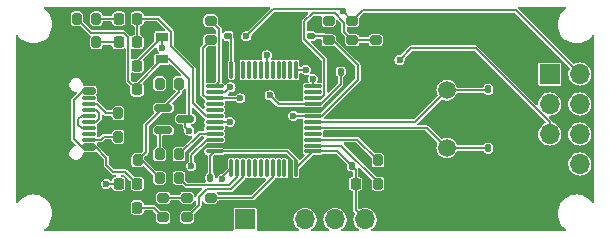
<source format=gbr>
%TF.GenerationSoftware,KiCad,Pcbnew,8.0.4*%
%TF.CreationDate,2024-10-29T04:22:13+09:00*%
%TF.ProjectId,ST-LINK-V2_1,53542d4c-494e-44b2-9d56-325f312e6b69,Rev2*%
%TF.SameCoordinates,Original*%
%TF.FileFunction,Copper,L1,Top*%
%TF.FilePolarity,Positive*%
%FSLAX46Y46*%
G04 Gerber Fmt 4.6, Leading zero omitted, Abs format (unit mm)*
G04 Created by KiCad (PCBNEW 8.0.4) date 2024-10-29 04:22:13*
%MOMM*%
%LPD*%
G01*
G04 APERTURE LIST*
G04 Aperture macros list*
%AMRoundRect*
0 Rectangle with rounded corners*
0 $1 Rounding radius*
0 $2 $3 $4 $5 $6 $7 $8 $9 X,Y pos of 4 corners*
0 Add a 4 corners polygon primitive as box body*
4,1,4,$2,$3,$4,$5,$6,$7,$8,$9,$2,$3,0*
0 Add four circle primitives for the rounded corners*
1,1,$1+$1,$2,$3*
1,1,$1+$1,$4,$5*
1,1,$1+$1,$6,$7*
1,1,$1+$1,$8,$9*
0 Add four rect primitives between the rounded corners*
20,1,$1+$1,$2,$3,$4,$5,0*
20,1,$1+$1,$4,$5,$6,$7,0*
20,1,$1+$1,$6,$7,$8,$9,0*
20,1,$1+$1,$8,$9,$2,$3,0*%
G04 Aperture macros list end*
%TA.AperFunction,SMDPad,CuDef*%
%ADD10RoundRect,0.150000X-0.587500X-0.150000X0.587500X-0.150000X0.587500X0.150000X-0.587500X0.150000X0*%
%TD*%
%TA.AperFunction,SMDPad,CuDef*%
%ADD11RoundRect,0.218750X0.218750X0.256250X-0.218750X0.256250X-0.218750X-0.256250X0.218750X-0.256250X0*%
%TD*%
%TA.AperFunction,SMDPad,CuDef*%
%ADD12RoundRect,0.140000X0.140000X0.170000X-0.140000X0.170000X-0.140000X-0.170000X0.140000X-0.170000X0*%
%TD*%
%TA.AperFunction,SMDPad,CuDef*%
%ADD13RoundRect,0.225000X0.225000X0.250000X-0.225000X0.250000X-0.225000X-0.250000X0.225000X-0.250000X0*%
%TD*%
%TA.AperFunction,SMDPad,CuDef*%
%ADD14RoundRect,0.200000X-0.200000X-0.275000X0.200000X-0.275000X0.200000X0.275000X-0.200000X0.275000X0*%
%TD*%
%TA.AperFunction,SMDPad,CuDef*%
%ADD15RoundRect,0.140000X0.170000X-0.140000X0.170000X0.140000X-0.170000X0.140000X-0.170000X-0.140000X0*%
%TD*%
%TA.AperFunction,ComponentPad*%
%ADD16R,1.700000X1.700000*%
%TD*%
%TA.AperFunction,ComponentPad*%
%ADD17O,1.700000X1.700000*%
%TD*%
%TA.AperFunction,SMDPad,CuDef*%
%ADD18RoundRect,0.200000X0.200000X0.275000X-0.200000X0.275000X-0.200000X-0.275000X0.200000X-0.275000X0*%
%TD*%
%TA.AperFunction,SMDPad,CuDef*%
%ADD19RoundRect,0.140000X-0.140000X-0.170000X0.140000X-0.170000X0.140000X0.170000X-0.140000X0.170000X0*%
%TD*%
%TA.AperFunction,SMDPad,CuDef*%
%ADD20RoundRect,0.200000X-0.275000X0.200000X-0.275000X-0.200000X0.275000X-0.200000X0.275000X0.200000X0*%
%TD*%
%TA.AperFunction,SMDPad,CuDef*%
%ADD21RoundRect,0.200000X0.275000X-0.200000X0.275000X0.200000X-0.275000X0.200000X-0.275000X-0.200000X0*%
%TD*%
%TA.AperFunction,ComponentPad*%
%ADD22C,1.500000*%
%TD*%
%TA.AperFunction,SMDPad,CuDef*%
%ADD23RoundRect,0.218750X-0.218750X-0.256250X0.218750X-0.256250X0.218750X0.256250X-0.218750X0.256250X0*%
%TD*%
%TA.AperFunction,SMDPad,CuDef*%
%ADD24RoundRect,0.075000X0.662500X0.075000X-0.662500X0.075000X-0.662500X-0.075000X0.662500X-0.075000X0*%
%TD*%
%TA.AperFunction,SMDPad,CuDef*%
%ADD25RoundRect,0.075000X0.075000X0.662500X-0.075000X0.662500X-0.075000X-0.662500X0.075000X-0.662500X0*%
%TD*%
%TA.AperFunction,SMDPad,CuDef*%
%ADD26RoundRect,0.150000X-0.425000X0.150000X-0.425000X-0.150000X0.425000X-0.150000X0.425000X0.150000X0*%
%TD*%
%TA.AperFunction,SMDPad,CuDef*%
%ADD27RoundRect,0.075000X-0.500000X0.075000X-0.500000X-0.075000X0.500000X-0.075000X0.500000X0.075000X0*%
%TD*%
%TA.AperFunction,ComponentPad*%
%ADD28O,2.100000X1.000000*%
%TD*%
%TA.AperFunction,ComponentPad*%
%ADD29O,1.800000X1.000000*%
%TD*%
%TA.AperFunction,SMDPad,CuDef*%
%ADD30R,1.050000X0.650000*%
%TD*%
%TA.AperFunction,ViaPad*%
%ADD31C,0.600000*%
%TD*%
%TA.AperFunction,Conductor*%
%ADD32C,0.200000*%
%TD*%
G04 APERTURE END LIST*
D10*
%TO.P,Q1,1,B*%
%TO.N,Net-(Q1-B)*%
X11000000Y-7050000D03*
%TO.P,Q1,2,E*%
%TO.N,Net-(Q1-E)*%
X11000000Y-8950000D03*
%TO.P,Q1,3,C*%
%TO.N,+3.3V*%
X12875000Y-8000000D03*
%TD*%
D11*
%TO.P,F1,1*%
%TO.N,Net-(F1-Pad1)*%
X8787500Y-13500000D03*
%TO.P,F1,2*%
%TO.N,VCC*%
X7212500Y-13500000D03*
%TD*%
D12*
%TO.P,C10,1*%
%TO.N,+3.3V*%
X14980000Y-13000000D03*
%TO.P,C10,2*%
%TO.N,GND*%
X14020000Y-13000000D03*
%TD*%
D13*
%TO.P,C3,1*%
%TO.N,VCC*%
X8775000Y-3500000D03*
%TO.P,C3,2*%
%TO.N,GND*%
X7225000Y-3500000D03*
%TD*%
D14*
%TO.P,R7,1*%
%TO.N,Net-(J1-CC2)*%
X7175000Y-9500000D03*
%TO.P,R7,2*%
%TO.N,GND*%
X8825000Y-9500000D03*
%TD*%
D15*
%TO.P,C1,1*%
%TO.N,/NRST*%
X23500000Y-980000D03*
%TO.P,C1,2*%
%TO.N,GND*%
X23500000Y-20000D03*
%TD*%
D16*
%TO.P,J2,1,Pin_1*%
%TO.N,/T_SWCLK*%
X43725000Y-4200000D03*
D17*
%TO.P,J2,2,Pin_2*%
%TO.N,+3.3V*%
X46265000Y-4200000D03*
%TO.P,J2,3,Pin_3*%
%TO.N,/T_SWDIO*%
X43725000Y-6740000D03*
%TO.P,J2,4,Pin_4*%
%TO.N,/T_RXD*%
X46265000Y-6740000D03*
%TO.P,J2,5,Pin_5*%
%TO.N,/T_NRST*%
X43725000Y-9280000D03*
%TO.P,J2,6,Pin_6*%
%TO.N,/T_TXD*%
X46265000Y-9280000D03*
%TO.P,J2,7,Pin_7*%
%TO.N,GND*%
X43725000Y-11820000D03*
%TO.P,J2,8,Pin_8*%
%TO.N,/T_SWO*%
X46265000Y-11820000D03*
%TD*%
D18*
%TO.P,R15,1*%
%TO.N,Net-(D2-K)*%
X5325000Y-1500000D03*
%TO.P,R15,2*%
%TO.N,GND*%
X3675000Y-1500000D03*
%TD*%
%TO.P,R10,1*%
%TO.N,Net-(Q1-B)*%
X8825000Y-11500000D03*
%TO.P,R10,2*%
%TO.N,GND*%
X7175000Y-11500000D03*
%TD*%
D12*
%TO.P,C5,1*%
%TO.N,+3.3V*%
X26980000Y-12000000D03*
%TO.P,C5,2*%
%TO.N,GND*%
X26020000Y-12000000D03*
%TD*%
D19*
%TO.P,C6,1*%
%TO.N,+3.3V*%
X26020000Y-4000000D03*
%TO.P,C6,2*%
%TO.N,GND*%
X26980000Y-4000000D03*
%TD*%
D20*
%TO.P,R4,1*%
%TO.N,+3.3V*%
X25000000Y325000D03*
%TO.P,R4,2*%
%TO.N,/NRST*%
X25000000Y-1325000D03*
%TD*%
D21*
%TO.P,R3,1*%
%TO.N,/T_SWDIO*%
X15000000Y-1325000D03*
%TO.P,R3,2*%
%TO.N,Net-(U1-PB12)*%
X15000000Y325000D03*
%TD*%
D14*
%TO.P,R9,1*%
%TO.N,VCC*%
X10675000Y-5000000D03*
%TO.P,R9,2*%
%TO.N,Net-(Q1-B)*%
X12325000Y-5000000D03*
%TD*%
D15*
%TO.P,C8,1*%
%TO.N,+3.3V*%
X16500000Y-980000D03*
%TO.P,C8,2*%
%TO.N,GND*%
X16500000Y-20000D03*
%TD*%
D22*
%TO.P,Y1,1,1*%
%TO.N,/OSC_IN*%
X35000000Y-10450000D03*
%TO.P,Y1,2,2*%
%TO.N,/OSC_OUT*%
X35000000Y-5570000D03*
%TD*%
D19*
%TO.P,C9,1*%
%TO.N,/OSC_OUT*%
X38520000Y-5500000D03*
%TO.P,C9,2*%
%TO.N,GND*%
X39480000Y-5500000D03*
%TD*%
D21*
%TO.P,R13,1*%
%TO.N,/PA0*%
X29000000Y-1325000D03*
%TO.P,R13,2*%
%TO.N,GND*%
X29000000Y325000D03*
%TD*%
D16*
%TO.P,J3,1,Pin_1*%
%TO.N,/SWDIO*%
X17920000Y-16500000D03*
D17*
%TO.P,J3,2,Pin_2*%
%TO.N,GND*%
X20460000Y-16500000D03*
%TO.P,J3,3,Pin_3*%
%TO.N,/SWCLK*%
X23000000Y-16500000D03*
%TO.P,J3,4,Pin_4*%
%TO.N,/NRST*%
X25540000Y-16500000D03*
%TO.P,J3,5,Pin_5*%
%TO.N,+3.3V*%
X28080000Y-16500000D03*
%TD*%
D18*
%TO.P,R6,1*%
%TO.N,GND*%
X8825000Y-7500000D03*
%TO.P,R6,2*%
%TO.N,Net-(J1-CC1)*%
X7175000Y-7500000D03*
%TD*%
D20*
%TO.P,R1,1*%
%TO.N,/BOOT0*%
X15000000Y-14675000D03*
%TO.P,R1,2*%
%TO.N,GND*%
X15000000Y-16325000D03*
%TD*%
%TO.P,R12,1*%
%TO.N,+3.3V*%
X27000000Y325000D03*
%TO.P,R12,2*%
%TO.N,/PA0*%
X27000000Y-1325000D03*
%TD*%
%TO.P,R16,1*%
%TO.N,+3.3V*%
X11000000Y-14675000D03*
%TO.P,R16,2*%
%TO.N,Net-(D3-A)*%
X11000000Y-16325000D03*
%TD*%
D14*
%TO.P,R11,1*%
%TO.N,Net-(Q1-B)*%
X10675000Y-13000000D03*
%TO.P,R11,2*%
%TO.N,/U_RENUMn*%
X12325000Y-13000000D03*
%TD*%
D13*
%TO.P,C4,1*%
%TO.N,+3.3V*%
X8775000Y-5500000D03*
%TO.P,C4,2*%
%TO.N,GND*%
X7225000Y-5500000D03*
%TD*%
D14*
%TO.P,R8,1*%
%TO.N,Net-(Q1-E)*%
X10675000Y-11000000D03*
%TO.P,R8,2*%
%TO.N,/D+*%
X12325000Y-11000000D03*
%TD*%
D23*
%TO.P,D2,1,K*%
%TO.N,Net-(D2-K)*%
X7212500Y-1500000D03*
%TO.P,D2,2,A*%
%TO.N,/STA_LED*%
X8787500Y-1500000D03*
%TD*%
D11*
%TO.P,D1,1,K*%
%TO.N,/STA_LED*%
X8787500Y500000D03*
%TO.P,D1,2,A*%
%TO.N,Net-(D1-A)*%
X7212500Y500000D03*
%TD*%
D14*
%TO.P,R14,1*%
%TO.N,+3.3V*%
X3675000Y500000D03*
%TO.P,R14,2*%
%TO.N,Net-(D1-A)*%
X5325000Y500000D03*
%TD*%
D24*
%TO.P,U1,1,VBAT*%
%TO.N,+3.3V*%
X23662500Y-10750000D03*
%TO.P,U1,2,PC13*%
%TO.N,Net-(U1-PC13)*%
X23662500Y-10250000D03*
%TO.P,U1,3,PC14*%
%TO.N,Net-(U1-PC14)*%
X23662500Y-9750000D03*
%TO.P,U1,4,PC15*%
%TO.N,unconnected-(U1-PC15-Pad4)*%
X23662500Y-9250000D03*
%TO.P,U1,5,PD0*%
%TO.N,/OSC_IN*%
X23662500Y-8750000D03*
%TO.P,U1,6,PD1*%
%TO.N,/OSC_OUT*%
X23662500Y-8250000D03*
%TO.P,U1,7,NRST*%
%TO.N,/NRST*%
X23662500Y-7750000D03*
%TO.P,U1,8,VSSA*%
%TO.N,GND*%
X23662500Y-7250000D03*
%TO.P,U1,9,VDDA*%
%TO.N,+3.3V*%
X23662500Y-6750000D03*
%TO.P,U1,10,PA0*%
%TO.N,/PA0*%
X23662500Y-6250000D03*
%TO.P,U1,11,PA1*%
%TO.N,unconnected-(U1-PA1-Pad11)*%
X23662500Y-5750000D03*
%TO.P,U1,12,PA2*%
%TO.N,/T_TXD*%
X23662500Y-5250000D03*
D25*
%TO.P,U1,13,PA3*%
%TO.N,/T_RXD*%
X22250000Y-3837500D03*
%TO.P,U1,14,PA4*%
%TO.N,unconnected-(U1-PA4-Pad14)*%
X21750000Y-3837500D03*
%TO.P,U1,15,PA5*%
%TO.N,/T_JTSK*%
X21250000Y-3837500D03*
%TO.P,U1,16,PA6*%
%TO.N,/T_JTDO*%
X20750000Y-3837500D03*
%TO.P,U1,17,PA7*%
%TO.N,/T_JTDI*%
X20250000Y-3837500D03*
%TO.P,U1,18,PB0*%
%TO.N,/T_NRST*%
X19750000Y-3837500D03*
%TO.P,U1,19,PB1*%
%TO.N,unconnected-(U1-PB1-Pad19)*%
X19250000Y-3837500D03*
%TO.P,U1,20,PB2*%
%TO.N,unconnected-(U1-PB2-Pad20)*%
X18750000Y-3837500D03*
%TO.P,U1,21,PB10*%
%TO.N,unconnected-(U1-PB10-Pad21)*%
X18250000Y-3837500D03*
%TO.P,U1,22,PB11*%
%TO.N,unconnected-(U1-PB11-Pad22)*%
X17750000Y-3837500D03*
%TO.P,U1,23,VSS*%
%TO.N,GND*%
X17250000Y-3837500D03*
%TO.P,U1,24,VDD*%
%TO.N,+3.3V*%
X16750000Y-3837500D03*
D24*
%TO.P,U1,25,PB12*%
%TO.N,Net-(U1-PB12)*%
X15337500Y-5250000D03*
%TO.P,U1,26,PB13*%
%TO.N,/T_SWCLK*%
X15337500Y-5750000D03*
%TO.P,U1,27,PB14*%
%TO.N,/T_SWDIO*%
X15337500Y-6250000D03*
%TO.P,U1,28,PB15*%
%TO.N,unconnected-(U1-PB15-Pad28)*%
X15337500Y-6750000D03*
%TO.P,U1,29,PA8*%
%TO.N,/MCO*%
X15337500Y-7250000D03*
%TO.P,U1,30,PA9*%
%TO.N,/STA_LED*%
X15337500Y-7750000D03*
%TO.P,U1,31,PA10*%
%TO.N,/T_SWO*%
X15337500Y-8250000D03*
%TO.P,U1,32,PA11*%
%TO.N,/D-*%
X15337500Y-8750000D03*
%TO.P,U1,33,PA12*%
%TO.N,/D+*%
X15337500Y-9250000D03*
%TO.P,U1,34,PA13*%
%TO.N,/SWDIO*%
X15337500Y-9750000D03*
%TO.P,U1,35,VSS*%
%TO.N,GND*%
X15337500Y-10250000D03*
%TO.P,U1,36,VDD*%
%TO.N,+3.3V*%
X15337500Y-10750000D03*
D25*
%TO.P,U1,37,PA14*%
%TO.N,/SWCLK*%
X16750000Y-12162500D03*
%TO.P,U1,38,PA15*%
%TO.N,/U_RENUMn*%
X17250000Y-12162500D03*
%TO.P,U1,39,PB3*%
%TO.N,Net-(U1-PB3)*%
X17750000Y-12162500D03*
%TO.P,U1,40,PB4*%
%TO.N,unconnected-(U1-PB4-Pad40)*%
X18250000Y-12162500D03*
%TO.P,U1,41,PB5*%
%TO.N,unconnected-(U1-PB5-Pad41)*%
X18750000Y-12162500D03*
%TO.P,U1,42,PB6*%
%TO.N,unconnected-(U1-PB6-Pad42)*%
X19250000Y-12162500D03*
%TO.P,U1,43,PB7*%
%TO.N,unconnected-(U1-PB7-Pad43)*%
X19750000Y-12162500D03*
%TO.P,U1,44,BOOT0*%
%TO.N,/BOOT0*%
X20250000Y-12162500D03*
%TO.P,U1,45,PB8*%
%TO.N,unconnected-(U1-PB8-Pad45)*%
X20750000Y-12162500D03*
%TO.P,U1,46,PB9*%
%TO.N,unconnected-(U1-PB9-Pad46)*%
X21250000Y-12162500D03*
%TO.P,U1,47,VSS*%
%TO.N,GND*%
X21750000Y-12162500D03*
%TO.P,U1,48,VDD*%
%TO.N,+3.3V*%
X22250000Y-12162500D03*
%TD*%
D26*
%TO.P,J1,A1,GND*%
%TO.N,GND*%
X4680000Y-4800000D03*
%TO.P,J1,A4,VBUS*%
%TO.N,Net-(F1-Pad1)*%
X4680000Y-5600000D03*
D27*
%TO.P,J1,A5,CC1*%
%TO.N,Net-(J1-CC1)*%
X4680000Y-6750000D03*
%TO.P,J1,A6,D+*%
%TO.N,/U_D+*%
X4680000Y-7750000D03*
%TO.P,J1,A7,D-*%
%TO.N,/U_D-*%
X4680000Y-8250000D03*
%TO.P,J1,A8,SBU1*%
%TO.N,unconnected-(J1-SBU1-PadA8)*%
X4680000Y-9250000D03*
D26*
%TO.P,J1,A9,VBUS*%
%TO.N,Net-(F1-Pad1)*%
X4680000Y-10400000D03*
%TO.P,J1,A12,GND*%
%TO.N,GND*%
X4680000Y-11200000D03*
%TO.P,J1,B1,GND*%
X4680000Y-11200000D03*
%TO.P,J1,B4,VBUS*%
%TO.N,Net-(F1-Pad1)*%
X4680000Y-10400000D03*
D27*
%TO.P,J1,B5,CC2*%
%TO.N,Net-(J1-CC2)*%
X4680000Y-9750000D03*
%TO.P,J1,B6,D+*%
%TO.N,/U_D+*%
X4680000Y-8750000D03*
%TO.P,J1,B7,D-*%
%TO.N,/U_D-*%
X4680000Y-7250000D03*
%TO.P,J1,B8,SBU2*%
%TO.N,unconnected-(J1-SBU2-PadB8)*%
X4680000Y-6250000D03*
D26*
%TO.P,J1,B9,VBUS*%
%TO.N,Net-(F1-Pad1)*%
X4680000Y-5600000D03*
%TO.P,J1,B12,GND*%
%TO.N,GND*%
X4680000Y-4800000D03*
D28*
%TO.P,J1,S1,SHIELD*%
X4105000Y-3680000D03*
D29*
X-75000Y-3680000D03*
D28*
X4105000Y-12320000D03*
D29*
X-75000Y-12320000D03*
%TD*%
D19*
%TO.P,C7,1*%
%TO.N,/OSC_IN*%
X38520000Y-10500000D03*
%TO.P,C7,2*%
%TO.N,GND*%
X39480000Y-10500000D03*
%TD*%
D14*
%TO.P,R5,1*%
%TO.N,Net-(U1-PC13)*%
X29175000Y-13500000D03*
%TO.P,R5,2*%
%TO.N,GND*%
X30825000Y-13500000D03*
%TD*%
D13*
%TO.P,C2,1*%
%TO.N,+3.3V*%
X27275000Y-13500000D03*
%TO.P,C2,2*%
%TO.N,GND*%
X25725000Y-13500000D03*
%TD*%
D30*
%TO.P,IC1,1,IN*%
%TO.N,VCC*%
X10900000Y-1040000D03*
%TO.P,IC1,2,OUT*%
%TO.N,+3.3V*%
X10900000Y-2960000D03*
%TO.P,IC1,3,GND*%
%TO.N,GND*%
X13100000Y-2000000D03*
%TD*%
D23*
%TO.P,D3,1,K*%
%TO.N,GND*%
X7212500Y-15500000D03*
%TO.P,D3,2,A*%
%TO.N,Net-(D3-A)*%
X8787500Y-15500000D03*
%TD*%
D14*
%TO.P,R2,1*%
%TO.N,Net-(U1-PC14)*%
X29175000Y-11500000D03*
%TO.P,R2,2*%
%TO.N,GND*%
X30825000Y-11500000D03*
%TD*%
D21*
%TO.P,R17,1*%
%TO.N,Net-(U1-PB3)*%
X13000000Y-16325000D03*
%TO.P,R17,2*%
%TO.N,+3.3V*%
X13000000Y-14675000D03*
%TD*%
D31*
%TO.N,VCC*%
X6170000Y-13510000D03*
X10900000Y-1990000D03*
X10675000Y-5000000D03*
%TO.N,+3.3V*%
X14980000Y-13000000D03*
X11000000Y-14675000D03*
X16500000Y-980000D03*
X26180000Y1150000D03*
X12875000Y-8000000D03*
X18030000Y-1000000D03*
X13200000Y-9000000D03*
X25000000Y325000D03*
X20000000Y-6000000D03*
%TO.N,GND*%
X30000000Y-6000000D03*
X21000000Y-5500000D03*
X14000000Y-8500000D03*
X36500000Y-9250000D03*
X25660000Y-2660000D03*
X9800000Y-3000000D03*
X18000000Y-14000000D03*
X9500000Y-500000D03*
X15000000Y-4000000D03*
X39480000Y-5500000D03*
%TO.N,/NRST*%
X22000000Y-7750000D03*
%TO.N,/T_SWDIO*%
X17510000Y-6250000D03*
%TO.N,/T_SWCLK*%
X16680000Y-5320000D03*
%TO.N,/SWDIO*%
X13370000Y-12000000D03*
%TO.N,/T_RXD*%
X23050000Y-3840000D03*
%TO.N,/T_SWO*%
X16630000Y-8250000D03*
%TO.N,/T_TXD*%
X23660000Y-4620000D03*
%TO.N,/T_NRST*%
X31000000Y-3000000D03*
X19750000Y-2600000D03*
%TO.N,/SWCLK*%
X16000000Y-13083000D03*
%TD*%
D32*
%TO.N,VCC*%
X10900000Y-1040000D02*
X10900000Y-1990000D01*
X8775000Y-3500000D02*
X8775000Y-3165000D01*
X6170000Y-13510000D02*
X7202500Y-13510000D01*
X7202500Y-13510000D02*
X7212500Y-13500000D01*
X8775000Y-3165000D02*
X10900000Y-1040000D01*
%TO.N,+3.3V*%
X21504170Y-10750000D02*
X22250000Y-11495830D01*
X27275000Y-12295000D02*
X26980000Y-12000000D01*
X4900000Y-725000D02*
X7652186Y-725000D01*
X12875000Y-8000000D02*
X12875000Y-8675000D01*
X40875000Y1190000D02*
X27865000Y1190000D01*
X8025000Y-4750000D02*
X8775000Y-5500000D01*
X11510000Y-2960000D02*
X10900000Y-2960000D01*
X26180000Y1150000D02*
X26051000Y1279000D01*
X27275000Y-13500000D02*
X27275000Y-15695000D01*
X26020000Y-5059170D02*
X24329170Y-6750000D01*
X23662500Y-10750000D02*
X25730000Y-10750000D01*
X8775000Y-5500000D02*
X8775000Y-5085000D01*
X25730000Y-10750000D02*
X26980000Y-12000000D01*
X14980000Y-11107500D02*
X15337500Y-10750000D01*
X15337500Y-10750000D02*
X21504170Y-10750000D01*
X20750000Y-6750000D02*
X20000000Y-6000000D01*
X11000000Y-14675000D02*
X13000000Y-14675000D01*
X22250000Y-11495830D02*
X22250000Y-12162500D01*
X13175000Y-4625000D02*
X11510000Y-2960000D01*
X12875000Y-8675000D02*
X13200000Y-9000000D01*
X7652186Y-725000D02*
X8025000Y-1097814D01*
X22250000Y-12162500D02*
X23662500Y-10750000D01*
X16750000Y-1230000D02*
X16500000Y-980000D01*
X14980000Y-13000000D02*
X14980000Y-11107500D01*
X24329170Y-6750000D02*
X23662500Y-6750000D01*
X27275000Y-13500000D02*
X27275000Y-12295000D01*
X26051000Y1279000D02*
X20309000Y1279000D01*
X20309000Y1279000D02*
X18030000Y-1000000D01*
X46265000Y-4200000D02*
X40875000Y1190000D01*
X8775000Y-5085000D02*
X10900000Y-2960000D01*
X27865000Y1190000D02*
X27000000Y325000D01*
X16750000Y-3837500D02*
X16750000Y-1230000D01*
X23662500Y-6750000D02*
X20750000Y-6750000D01*
X26020000Y-4000000D02*
X26020000Y-5059170D01*
X27275000Y-15695000D02*
X28080000Y-16500000D01*
X13175000Y-7700000D02*
X13175000Y-4625000D01*
X27000000Y325000D02*
X27000000Y330000D01*
X12875000Y-8000000D02*
X13175000Y-7700000D01*
X3675000Y500000D02*
X4900000Y-725000D01*
X8025000Y-1097814D02*
X8025000Y-4750000D01*
X27000000Y330000D02*
X26180000Y1150000D01*
%TO.N,GND*%
X3048000Y-873000D02*
X3675000Y-1500000D01*
X-75000Y-12320000D02*
X4105000Y-12320000D01*
X7212500Y-15500000D02*
X7914500Y-14798000D01*
X24399999Y-7250000D02*
X23662500Y-7250000D01*
X25481000Y-653000D02*
X26290000Y-1462000D01*
X4105000Y-3680000D02*
X-75000Y-3680000D01*
X29702000Y-377000D02*
X29702000Y-4014000D01*
X4105000Y-12392500D02*
X7212500Y-15500000D01*
X7175000Y-11500000D02*
X7175000Y-11150000D01*
X39352898Y-10500000D02*
X39480000Y-10500000D01*
X38352898Y-11500000D02*
X39352898Y-10500000D01*
X13100000Y-2000000D02*
X13100000Y-1340000D01*
X-75000Y-12320000D02*
X-75000Y-3680000D01*
X20460000Y-16500000D02*
X21750000Y-15210000D01*
X7914500Y-14798000D02*
X8632000Y-14798000D01*
X7225000Y-3500000D02*
X7225000Y-5500000D01*
X21750000Y-12162500D02*
X21750000Y-12899999D01*
X14670830Y-10250000D02*
X15337500Y-10250000D01*
X15902000Y-15423000D02*
X19383000Y-15423000D01*
X7640000Y-11500000D02*
X7175000Y-11500000D01*
X4285000Y-3500000D02*
X4105000Y-3680000D01*
X3292588Y1202000D02*
X3048000Y957412D01*
X8825000Y-7500000D02*
X7225000Y-5900000D01*
X4105000Y-3680000D02*
X4105000Y-4225000D01*
X38573000Y-4593000D02*
X29123000Y-4593000D01*
X29123000Y-4593000D02*
X26482000Y-1952000D01*
X22350001Y-13500000D02*
X25725000Y-13500000D01*
X39480000Y-5500000D02*
X39480000Y-10500000D01*
X23635500Y-7223000D02*
X19277170Y-7223000D01*
X8632000Y-14798000D02*
X9452000Y-13978000D01*
X21750000Y-15210000D02*
X21750000Y-12162500D01*
X15528000Y952000D02*
X16500000Y-20000D01*
X39480000Y-5500000D02*
X38573000Y-4593000D01*
X8825000Y-7500000D02*
X8825000Y-9500000D01*
X40800000Y-11820000D02*
X39480000Y-10500000D01*
X14373000Y-16952000D02*
X15000000Y-16325000D01*
X4105000Y-11775000D02*
X4680000Y-11200000D01*
X3048000Y957412D02*
X3048000Y-873000D01*
X24133000Y-653000D02*
X25481000Y-653000D01*
X30825000Y-13500000D02*
X30825000Y-11500000D01*
X21750000Y-12899999D02*
X22350001Y-13500000D01*
X26980000Y-3980000D02*
X25660000Y-2660000D01*
X17250000Y-3837500D02*
X17250000Y-5244709D01*
X13100000Y-1340000D02*
X10558000Y1202000D01*
X26020000Y-12000000D02*
X26020000Y-13205000D01*
X3675000Y-3250000D02*
X4105000Y-3680000D01*
X14020000Y-10900830D02*
X14670830Y-10250000D01*
X16250170Y-10250000D02*
X15337500Y-10250000D01*
X26980000Y-4000000D02*
X26980000Y-4669999D01*
X16500000Y-20000D02*
X17250000Y-770000D01*
X8664500Y-16952000D02*
X14373000Y-16952000D01*
X17250000Y-770000D02*
X17250000Y-3837500D01*
X23662500Y-7250000D02*
X23635500Y-7223000D01*
X4105000Y-12320000D02*
X4105000Y-11775000D01*
X30825000Y-11500000D02*
X38352898Y-11500000D01*
X7212500Y-15500000D02*
X8664500Y-16952000D01*
X7175000Y-11150000D02*
X8825000Y-9500000D01*
X9452000Y-13978000D02*
X9452000Y-13052000D01*
X17250000Y-5244709D02*
X19228291Y-7223000D01*
X7225000Y-3500000D02*
X4285000Y-3500000D01*
X14020000Y-13000000D02*
X14020000Y-10900830D01*
X14542588Y952000D02*
X15528000Y952000D01*
X4105000Y-12320000D02*
X4105000Y-12392500D01*
X10558000Y1202000D02*
X3292588Y1202000D01*
X26980000Y-4669999D02*
X24399999Y-7250000D01*
X29702000Y-4014000D02*
X29123000Y-4593000D01*
X29000000Y325000D02*
X29702000Y-377000D01*
X4105000Y-4225000D02*
X4680000Y-4800000D01*
X23500000Y-20000D02*
X24133000Y-653000D01*
X13100000Y-2000000D02*
X13100000Y-490588D01*
X19383000Y-15423000D02*
X20460000Y-16500000D01*
X43725000Y-11820000D02*
X40800000Y-11820000D01*
X8342000Y-12202000D02*
X7640000Y-11500000D01*
X26290000Y-1462000D02*
X26290000Y-1760000D01*
X19228291Y-7223000D02*
X19277170Y-7223000D01*
X26980000Y-4000000D02*
X26980000Y-3980000D01*
X26020000Y-13205000D02*
X25725000Y-13500000D01*
X7225000Y-5900000D02*
X7225000Y-5500000D01*
X9452000Y-13052000D02*
X8602000Y-12202000D01*
X13100000Y-490588D02*
X14542588Y952000D01*
X26290000Y-1760000D02*
X26482000Y-1952000D01*
X3675000Y-1500000D02*
X3675000Y-3250000D01*
X8602000Y-12202000D02*
X8342000Y-12202000D01*
X19277170Y-7223000D02*
X16250170Y-10250000D01*
X15000000Y-16325000D02*
X15902000Y-15423000D01*
%TO.N,/BOOT0*%
X15000000Y-14675000D02*
X18507410Y-14675000D01*
X18507410Y-14675000D02*
X20250000Y-12932410D01*
X20250000Y-12932410D02*
X20250000Y-12162500D01*
%TO.N,/PA0*%
X24627000Y-5952170D02*
X24627000Y-2947000D01*
X26298000Y-623000D02*
X27000000Y-1325000D01*
X25508000Y952000D02*
X26298000Y162000D01*
X22950000Y262898D02*
X23639102Y952000D01*
X27000000Y-1325000D02*
X29000000Y-1325000D01*
X24329170Y-6250000D02*
X24627000Y-5952170D01*
X22950000Y-1270000D02*
X22950000Y262898D01*
X26298000Y162000D02*
X26298000Y-623000D01*
X24627000Y-2947000D02*
X22950000Y-1270000D01*
X23662500Y-6250000D02*
X24329170Y-6250000D01*
X23639102Y952000D02*
X25508000Y952000D01*
%TO.N,/U_RENUMn*%
X17250000Y-12950000D02*
X17250000Y-12162500D01*
X16590000Y-13610000D02*
X17250000Y-12950000D01*
X12325000Y-13000000D02*
X12935000Y-13610000D01*
X12935000Y-13610000D02*
X16590000Y-13610000D01*
%TO.N,Net-(Q1-B)*%
X11000000Y-7050000D02*
X12325000Y-5725000D01*
X12325000Y-5725000D02*
X12325000Y-5000000D01*
X9525000Y-10800000D02*
X9525000Y-8525000D01*
X9525000Y-8525000D02*
X11000000Y-7050000D01*
X8825000Y-11500000D02*
X9525000Y-10800000D01*
X9175000Y-11500000D02*
X10675000Y-13000000D01*
X8825000Y-11500000D02*
X9175000Y-11500000D01*
%TO.N,Net-(Q1-E)*%
X10675000Y-9275000D02*
X11000000Y-8950000D01*
X10675000Y-11000000D02*
X10675000Y-9275000D01*
%TO.N,/D+*%
X12325000Y-11000000D02*
X14075000Y-9250000D01*
X14075000Y-9250000D02*
X15337500Y-9250000D01*
%TO.N,Net-(J1-CC2)*%
X5690000Y-9750000D02*
X4680000Y-9750000D01*
X7175000Y-9500000D02*
X5940000Y-9500000D01*
X5940000Y-9500000D02*
X5690000Y-9750000D01*
%TO.N,Net-(J1-CC1)*%
X6025686Y-7390000D02*
X6030000Y-7390000D01*
X6140000Y-7500000D02*
X7175000Y-7500000D01*
X6030000Y-7390000D02*
X6140000Y-7500000D01*
X4680000Y-6750000D02*
X5385686Y-6750000D01*
X5385686Y-6750000D02*
X6025686Y-7390000D01*
%TO.N,Net-(U1-PC13)*%
X29175000Y-13362102D02*
X29175000Y-13500000D01*
X26062898Y-10250000D02*
X29175000Y-13362102D01*
X23662500Y-10250000D02*
X26062898Y-10250000D01*
%TO.N,/NRST*%
X22000000Y-7750000D02*
X23662500Y-7750000D01*
X24399999Y-7750000D02*
X27487000Y-4662999D01*
X27487000Y-4662999D02*
X27487000Y-3467000D01*
X23500000Y-980000D02*
X24655000Y-980000D01*
X25345000Y-1325000D02*
X25000000Y-1325000D01*
X27487000Y-3467000D02*
X25345000Y-1325000D01*
X24655000Y-980000D02*
X25000000Y-1325000D01*
X23662500Y-7750000D02*
X24399999Y-7750000D01*
%TO.N,/T_SWDIO*%
X14670830Y-6250000D02*
X15337500Y-6250000D01*
X15000000Y-1325000D02*
X14373000Y-1952000D01*
X14373000Y-5952170D02*
X14670830Y-6250000D01*
X14373000Y-1952000D02*
X14373000Y-5952170D01*
X17510000Y-6250000D02*
X15337500Y-6250000D01*
%TO.N,Net-(U1-PB12)*%
X15702000Y-377000D02*
X15702000Y-4885500D01*
X15702000Y-4885500D02*
X15337500Y-5250000D01*
X15000000Y325000D02*
X15702000Y-377000D01*
%TO.N,Net-(U1-PC14)*%
X27425000Y-9750000D02*
X23662500Y-9750000D01*
X29175000Y-11500000D02*
X27425000Y-9750000D01*
%TO.N,Net-(D1-A)*%
X5325000Y500000D02*
X7212500Y500000D01*
%TO.N,Net-(D2-K)*%
X5325000Y-1500000D02*
X7212500Y-1500000D01*
%TO.N,Net-(D3-A)*%
X10175000Y-15500000D02*
X11000000Y-16325000D01*
X8787500Y-15500000D02*
X10175000Y-15500000D01*
%TO.N,Net-(U1-PB3)*%
X14010000Y-15315000D02*
X14010000Y-14580588D01*
X14653588Y-13937000D02*
X16733000Y-13937000D01*
X16733000Y-13937000D02*
X17750000Y-12920000D01*
X17750000Y-12920000D02*
X17750000Y-12162500D01*
X14010000Y-14580588D02*
X14653588Y-13937000D01*
X13000000Y-16325000D02*
X14010000Y-15315000D01*
%TO.N,/T_SWCLK*%
X16680000Y-5320000D02*
X16250000Y-5750000D01*
X16250000Y-5750000D02*
X15337500Y-5750000D01*
%TO.N,/SWDIO*%
X14670830Y-9750000D02*
X15337500Y-9750000D01*
X14670830Y-9750000D02*
X13370000Y-11050830D01*
X13370000Y-11050830D02*
X13370000Y-12000000D01*
%TO.N,/OSC_OUT*%
X35000000Y-5570000D02*
X38450000Y-5570000D01*
X38450000Y-5570000D02*
X38520000Y-5500000D01*
X32320000Y-8250000D02*
X35000000Y-5570000D01*
X23662500Y-8250000D02*
X32320000Y-8250000D01*
%TO.N,/OSC_IN*%
X23662500Y-8750000D02*
X33300000Y-8750000D01*
X38470000Y-10450000D02*
X38520000Y-10500000D01*
X33300000Y-8750000D02*
X35000000Y-10450000D01*
X35000000Y-10450000D02*
X38470000Y-10450000D01*
%TO.N,/STA_LED*%
X14600001Y-7750000D02*
X13502000Y-6651999D01*
X11652000Y-1856000D02*
X11652000Y-612000D01*
X8787500Y500000D02*
X8787500Y-1500000D01*
X15337500Y-7750000D02*
X14600001Y-7750000D01*
X13502000Y-6651999D02*
X13502000Y-3706000D01*
X10540000Y500000D02*
X8787500Y500000D01*
X13502000Y-3706000D02*
X11652000Y-1856000D01*
X11652000Y-612000D02*
X10540000Y500000D01*
%TO.N,/T_RXD*%
X23050000Y-3840000D02*
X22252500Y-3840000D01*
X22252500Y-3840000D02*
X22250000Y-3837500D01*
%TO.N,/T_SWO*%
X16630000Y-8250000D02*
X15337500Y-8250000D01*
%TO.N,/T_TXD*%
X23660000Y-4620000D02*
X23660000Y-5247500D01*
X23660000Y-5247500D02*
X23662500Y-5250000D01*
%TO.N,/T_NRST*%
X37461891Y-2000000D02*
X32000000Y-2000000D01*
X43725000Y-8263109D02*
X37461891Y-2000000D01*
X19750000Y-2600000D02*
X19750000Y-3837500D01*
X31000000Y-3000000D02*
X32000000Y-2000000D01*
X43725000Y-8263109D02*
X43725000Y-9280000D01*
%TO.N,/SWCLK*%
X16000000Y-13083000D02*
X16000000Y-12912500D01*
X16000000Y-12912500D02*
X16750000Y-12162500D01*
%TO.N,Net-(F1-Pad1)*%
X6170000Y-11305000D02*
X6170000Y-11910000D01*
X4105001Y-10400000D02*
X3405000Y-9699999D01*
X5265000Y-10400000D02*
X6170000Y-11305000D01*
X4222590Y-5600000D02*
X4680000Y-5600000D01*
X3405000Y-6417590D02*
X4222590Y-5600000D01*
X6740000Y-12480000D02*
X7767500Y-12480000D01*
X6170000Y-11910000D02*
X6740000Y-12480000D01*
X7767500Y-12480000D02*
X8787500Y-13500000D01*
X4680000Y-10400000D02*
X5265000Y-10400000D01*
X4680000Y-10400000D02*
X4105001Y-10400000D01*
X3405000Y-9699999D02*
X3405000Y-6417590D01*
%TO.N,/U_D-*%
X4680000Y-8250000D02*
X5287410Y-8250000D01*
X5555000Y-7982410D02*
X5555000Y-7485000D01*
X5320000Y-7250000D02*
X4680000Y-7250000D01*
X5287410Y-8250000D02*
X5555000Y-7982410D01*
X5555000Y-7485000D02*
X5320000Y-7250000D01*
%TO.N,/U_D+*%
X4072590Y-8750000D02*
X3805000Y-8482410D01*
X3805000Y-8017590D02*
X4072590Y-7750000D01*
X3805000Y-8482410D02*
X3805000Y-8017590D01*
X4072590Y-7750000D02*
X4680000Y-7750000D01*
X4680000Y-8750000D02*
X4072590Y-8750000D01*
%TD*%
%TA.AperFunction,Conductor*%
%TO.N,GND*%
G36*
X13571503Y-7043235D02*
G01*
X14027317Y-7499050D01*
X14478028Y-7949761D01*
X14476545Y-7951243D01*
X14506495Y-7989230D01*
X14508901Y-8050368D01*
X14495933Y-8078500D01*
X14484250Y-8095985D01*
X14484248Y-8095990D01*
X14472500Y-8155051D01*
X14472500Y-8344948D01*
X14484248Y-8404009D01*
X14484249Y-8404013D01*
X14511635Y-8444998D01*
X14528244Y-8503887D01*
X14511635Y-8555002D01*
X14484249Y-8595986D01*
X14484248Y-8595990D01*
X14472500Y-8655051D01*
X14472500Y-8844948D01*
X14484283Y-8904187D01*
X14477091Y-8964949D01*
X14435557Y-9009878D01*
X14387185Y-9022500D01*
X14029745Y-9022500D01*
X13946132Y-9057132D01*
X13777607Y-9225658D01*
X13723091Y-9253435D01*
X13662659Y-9243864D01*
X13619394Y-9200599D01*
X13609823Y-9140167D01*
X13612616Y-9127756D01*
X13614398Y-9121685D01*
X13614401Y-9121679D01*
X13623988Y-9055002D01*
X13631896Y-9000002D01*
X13631896Y-8999997D01*
X13614402Y-8878326D01*
X13614401Y-8878323D01*
X13614401Y-8878321D01*
X13563334Y-8766499D01*
X13563332Y-8766497D01*
X13563332Y-8766496D01*
X13482832Y-8673595D01*
X13482832Y-8673594D01*
X13383540Y-8609784D01*
X13344809Y-8562418D01*
X13341315Y-8501333D01*
X13374395Y-8449860D01*
X13431411Y-8427661D01*
X13437063Y-8427500D01*
X13503933Y-8427500D01*
X13503933Y-8427499D01*
X13527134Y-8424808D01*
X13622042Y-8382903D01*
X13695403Y-8309542D01*
X13737308Y-8214634D01*
X13740000Y-8191432D01*
X13740000Y-7808568D01*
X13737308Y-7785366D01*
X13695403Y-7690458D01*
X13622042Y-7617097D01*
X13527134Y-7575192D01*
X13527132Y-7575191D01*
X13527131Y-7575191D01*
X13503934Y-7572500D01*
X13503932Y-7572500D01*
X13501500Y-7572500D01*
X13443309Y-7553593D01*
X13407345Y-7504093D01*
X13402500Y-7473500D01*
X13402500Y-7113240D01*
X13421407Y-7055049D01*
X13470907Y-7019085D01*
X13532093Y-7019085D01*
X13571503Y-7043235D01*
G37*
%TD.AperFunction*%
%TA.AperFunction,Conductor*%
G36*
X15422740Y-1857173D02*
G01*
X15464857Y-1901556D01*
X15474500Y-1944175D01*
X15474500Y-4750259D01*
X15455593Y-4808450D01*
X15445504Y-4820262D01*
X15322264Y-4943503D01*
X15267747Y-4971281D01*
X15252260Y-4972500D01*
X14699500Y-4972500D01*
X14641309Y-4953593D01*
X14605345Y-4904093D01*
X14600500Y-4873500D01*
X14600500Y-2087239D01*
X14619407Y-2029048D01*
X14629485Y-2017247D01*
X14765238Y-1881493D01*
X14819753Y-1853718D01*
X14835240Y-1852499D01*
X15313371Y-1852499D01*
X15313374Y-1852499D01*
X15361071Y-1846221D01*
X15361072Y-1846220D01*
X15362580Y-1846022D01*
X15422740Y-1857173D01*
G37*
%TD.AperFunction*%
%TA.AperFunction,Conductor*%
G36*
X10418518Y-1939957D02*
G01*
X10461783Y-1983222D01*
X10471565Y-2014078D01*
X10485597Y-2111673D01*
X10485598Y-2111676D01*
X10485598Y-2111677D01*
X10485599Y-2111679D01*
X10536666Y-2223501D01*
X10536667Y-2223503D01*
X10617165Y-2316402D01*
X10617168Y-2316405D01*
X10630879Y-2325216D01*
X10669609Y-2372581D01*
X10673103Y-2433667D01*
X10640024Y-2485140D01*
X10583008Y-2507338D01*
X10577355Y-2507500D01*
X10362442Y-2507500D01*
X10325252Y-2514898D01*
X10325250Y-2514898D01*
X10325250Y-2514899D01*
X10283080Y-2543076D01*
X10283076Y-2543080D01*
X10256700Y-2582555D01*
X10254898Y-2585252D01*
X10247500Y-2622442D01*
X10247500Y-2622446D01*
X10247500Y-3249758D01*
X10228593Y-3307949D01*
X10218504Y-3319762D01*
X8669762Y-4868504D01*
X8615245Y-4896281D01*
X8599758Y-4897500D01*
X8535241Y-4897500D01*
X8477050Y-4878593D01*
X8465237Y-4868504D01*
X8281496Y-4684763D01*
X8253719Y-4630246D01*
X8252500Y-4614759D01*
X8252500Y-4155523D01*
X8271407Y-4097332D01*
X8320907Y-4061368D01*
X8382093Y-4061368D01*
X8394972Y-4066579D01*
X8448028Y-4092517D01*
X8516547Y-4102500D01*
X9033452Y-4102499D01*
X9101972Y-4092517D01*
X9207662Y-4040848D01*
X9290848Y-3957662D01*
X9342517Y-3851972D01*
X9352500Y-3783453D01*
X9352499Y-3216548D01*
X9342517Y-3148028D01*
X9329634Y-3121676D01*
X9298431Y-3057849D01*
X9289859Y-2997267D01*
X9317365Y-2944366D01*
X10303570Y-1958162D01*
X10358086Y-1930386D01*
X10418518Y-1939957D01*
G37*
%TD.AperFunction*%
%TA.AperFunction,Conductor*%
G36*
X10462950Y253593D02*
G01*
X10474763Y243504D01*
X11136763Y-418496D01*
X11164540Y-473013D01*
X11154969Y-533445D01*
X11111704Y-576710D01*
X11066759Y-587500D01*
X10362442Y-587500D01*
X10325252Y-594898D01*
X10325250Y-594898D01*
X10325250Y-594899D01*
X10283080Y-623076D01*
X10283076Y-623080D01*
X10266996Y-647146D01*
X10254898Y-665252D01*
X10247500Y-702442D01*
X10247500Y-702446D01*
X10247500Y-1329758D01*
X10228593Y-1387949D01*
X10218504Y-1399762D01*
X8749761Y-2868504D01*
X8695244Y-2896281D01*
X8679758Y-2897500D01*
X8516552Y-2897500D01*
X8516549Y-2897500D01*
X8516548Y-2897501D01*
X8448028Y-2907483D01*
X8448026Y-2907483D01*
X8448024Y-2907484D01*
X8394980Y-2933416D01*
X8334398Y-2941987D01*
X8280348Y-2913311D01*
X8253476Y-2858343D01*
X8252500Y-2844475D01*
X8252500Y-2146222D01*
X8271407Y-2088031D01*
X8320907Y-2052067D01*
X8382093Y-2052067D01*
X8393331Y-2056494D01*
X8477752Y-2095861D01*
X8528181Y-2102500D01*
X9046818Y-2102499D01*
X9097248Y-2095861D01*
X9207914Y-2044256D01*
X9294256Y-1957914D01*
X9345861Y-1847248D01*
X9352500Y-1796819D01*
X9352499Y-1203182D01*
X9345861Y-1152752D01*
X9311280Y-1078593D01*
X9294257Y-1042088D01*
X9294256Y-1042087D01*
X9294256Y-1042086D01*
X9207914Y-955744D01*
X9207912Y-955743D01*
X9207911Y-955742D01*
X9097250Y-904139D01*
X9089977Y-902020D01*
X9090659Y-899677D01*
X9045840Y-878290D01*
X9016655Y-824514D01*
X9015000Y-806490D01*
X9015000Y-193510D01*
X9033907Y-135319D01*
X9083407Y-99355D01*
X9091694Y-97480D01*
X9097244Y-95861D01*
X9097248Y-95861D01*
X9207914Y-44256D01*
X9294256Y42086D01*
X9345861Y152752D01*
X9350294Y186424D01*
X9376636Y241648D01*
X9430407Y270843D01*
X9448447Y272500D01*
X10404759Y272500D01*
X10462950Y253593D01*
G37*
%TD.AperFunction*%
%TA.AperFunction,Conductor*%
G36*
X20026950Y1480593D02*
G01*
X20062914Y1431093D01*
X20062914Y1369907D01*
X20038764Y1330499D01*
X19100036Y391770D01*
X18164762Y-543504D01*
X18110245Y-571281D01*
X18094758Y-572500D01*
X17968533Y-572500D01*
X17850582Y-607134D01*
X17747167Y-673594D01*
X17747167Y-673595D01*
X17666667Y-766496D01*
X17615598Y-878323D01*
X17615597Y-878326D01*
X17598104Y-999997D01*
X17598104Y-1000002D01*
X17615597Y-1121673D01*
X17615598Y-1121676D01*
X17615598Y-1121677D01*
X17615599Y-1121679D01*
X17662668Y-1224747D01*
X17666667Y-1233503D01*
X17747167Y-1326404D01*
X17747167Y-1326405D01*
X17848474Y-1391510D01*
X17850584Y-1392866D01*
X17968535Y-1427500D01*
X17968536Y-1427500D01*
X18091464Y-1427500D01*
X18091465Y-1427500D01*
X18209416Y-1392866D01*
X18312832Y-1326405D01*
X18393334Y-1233501D01*
X18444401Y-1121679D01*
X18446602Y-1106374D01*
X18461896Y-1000001D01*
X18461896Y-999999D01*
X18455100Y-952738D01*
X18465532Y-892448D01*
X18483085Y-868646D01*
X20374238Y1022504D01*
X20428755Y1050281D01*
X20444242Y1051500D01*
X23177861Y1051500D01*
X23236052Y1032593D01*
X23272016Y983093D01*
X23272016Y921907D01*
X23247865Y882496D01*
X22821132Y455763D01*
X22821131Y455764D01*
X22757138Y391770D01*
X22757136Y391768D01*
X22757135Y391766D01*
X22722500Y308151D01*
X22722500Y-1224747D01*
X22722500Y-1315253D01*
X22757135Y-1398868D01*
X24370505Y-3012238D01*
X24398281Y-3066753D01*
X24399500Y-3082240D01*
X24399500Y-4873500D01*
X24380593Y-4931691D01*
X24331093Y-4967655D01*
X24300500Y-4972500D01*
X24123036Y-4972500D01*
X24064845Y-4953593D01*
X24028881Y-4904093D01*
X24028881Y-4842907D01*
X24032982Y-4832374D01*
X24074401Y-4741679D01*
X24077628Y-4719233D01*
X24091896Y-4620002D01*
X24091896Y-4619997D01*
X24074402Y-4498326D01*
X24074401Y-4498323D01*
X24074401Y-4498321D01*
X24023334Y-4386499D01*
X24023332Y-4386497D01*
X24023332Y-4386496D01*
X23942832Y-4293595D01*
X23942832Y-4293594D01*
X23839417Y-4227134D01*
X23721466Y-4192500D01*
X23721465Y-4192500D01*
X23598535Y-4192500D01*
X23598531Y-4192500D01*
X23529890Y-4212655D01*
X23468729Y-4210907D01*
X23420277Y-4173544D01*
X23403039Y-4114837D01*
X23411946Y-4076538D01*
X23413331Y-4073503D01*
X23413334Y-4073501D01*
X23464401Y-3961679D01*
X23481896Y-3840000D01*
X23479612Y-3824117D01*
X23464402Y-3718326D01*
X23464401Y-3718323D01*
X23464401Y-3718321D01*
X23413334Y-3606499D01*
X23413332Y-3606497D01*
X23413332Y-3606496D01*
X23332832Y-3513595D01*
X23332832Y-3513594D01*
X23229417Y-3447134D01*
X23111466Y-3412500D01*
X23111465Y-3412500D01*
X22988535Y-3412500D01*
X22988533Y-3412500D01*
X22870582Y-3447134D01*
X22767167Y-3513594D01*
X22767167Y-3513595D01*
X22711073Y-3578331D01*
X22658677Y-3609927D01*
X22636254Y-3612500D01*
X22626500Y-3612500D01*
X22568309Y-3593593D01*
X22532345Y-3544093D01*
X22527500Y-3513500D01*
X22527500Y-3155058D01*
X22527499Y-3155051D01*
X22520861Y-3121679D01*
X22515751Y-3095988D01*
X22470994Y-3029006D01*
X22437478Y-3006611D01*
X22404012Y-2984249D01*
X22404009Y-2984248D01*
X22344948Y-2972500D01*
X22344944Y-2972500D01*
X22155056Y-2972500D01*
X22155051Y-2972500D01*
X22095990Y-2984248D01*
X22095986Y-2984249D01*
X22055002Y-3011635D01*
X21996113Y-3028244D01*
X21944998Y-3011635D01*
X21904013Y-2984249D01*
X21904009Y-2984248D01*
X21844948Y-2972500D01*
X21844944Y-2972500D01*
X21655056Y-2972500D01*
X21655051Y-2972500D01*
X21595990Y-2984248D01*
X21595986Y-2984249D01*
X21555002Y-3011635D01*
X21496113Y-3028244D01*
X21444998Y-3011635D01*
X21404013Y-2984249D01*
X21404009Y-2984248D01*
X21344948Y-2972500D01*
X21344944Y-2972500D01*
X21155056Y-2972500D01*
X21155051Y-2972500D01*
X21095990Y-2984248D01*
X21095986Y-2984249D01*
X21055002Y-3011635D01*
X20996113Y-3028244D01*
X20944998Y-3011635D01*
X20904013Y-2984249D01*
X20904009Y-2984248D01*
X20844948Y-2972500D01*
X20844944Y-2972500D01*
X20655056Y-2972500D01*
X20655051Y-2972500D01*
X20595990Y-2984248D01*
X20595986Y-2984249D01*
X20555002Y-3011635D01*
X20496113Y-3028244D01*
X20444998Y-3011635D01*
X20404013Y-2984249D01*
X20404009Y-2984248D01*
X20344948Y-2972500D01*
X20344944Y-2972500D01*
X20203902Y-2972500D01*
X20145711Y-2953593D01*
X20109747Y-2904093D01*
X20109747Y-2842907D01*
X20113844Y-2832384D01*
X20164401Y-2721679D01*
X20178669Y-2622446D01*
X20181896Y-2600002D01*
X20181896Y-2599997D01*
X20164402Y-2478326D01*
X20164401Y-2478323D01*
X20164401Y-2478321D01*
X20113334Y-2366499D01*
X20113332Y-2366497D01*
X20113332Y-2366496D01*
X20032832Y-2273595D01*
X20032832Y-2273594D01*
X19929417Y-2207134D01*
X19811466Y-2172500D01*
X19811465Y-2172500D01*
X19688535Y-2172500D01*
X19688533Y-2172500D01*
X19570582Y-2207134D01*
X19467167Y-2273594D01*
X19467167Y-2273595D01*
X19386667Y-2366496D01*
X19335598Y-2478323D01*
X19335597Y-2478326D01*
X19318104Y-2599997D01*
X19318104Y-2600002D01*
X19335597Y-2721673D01*
X19335598Y-2721676D01*
X19335598Y-2721677D01*
X19335599Y-2721679D01*
X19386152Y-2832375D01*
X19393126Y-2893161D01*
X19363039Y-2946437D01*
X19307383Y-2971855D01*
X19296098Y-2972500D01*
X19155051Y-2972500D01*
X19095990Y-2984248D01*
X19095986Y-2984249D01*
X19055002Y-3011635D01*
X18996113Y-3028244D01*
X18944998Y-3011635D01*
X18904013Y-2984249D01*
X18904009Y-2984248D01*
X18844948Y-2972500D01*
X18844944Y-2972500D01*
X18655056Y-2972500D01*
X18655051Y-2972500D01*
X18595990Y-2984248D01*
X18595986Y-2984249D01*
X18555002Y-3011635D01*
X18496113Y-3028244D01*
X18444998Y-3011635D01*
X18404013Y-2984249D01*
X18404009Y-2984248D01*
X18344948Y-2972500D01*
X18344944Y-2972500D01*
X18155056Y-2972500D01*
X18155051Y-2972500D01*
X18095990Y-2984248D01*
X18095986Y-2984249D01*
X18055002Y-3011635D01*
X17996113Y-3028244D01*
X17944998Y-3011635D01*
X17904013Y-2984249D01*
X17904009Y-2984248D01*
X17844948Y-2972500D01*
X17844944Y-2972500D01*
X17655056Y-2972500D01*
X17655051Y-2972500D01*
X17595990Y-2984248D01*
X17595987Y-2984249D01*
X17529009Y-3029003D01*
X17529003Y-3029009D01*
X17484249Y-3095987D01*
X17484248Y-3095990D01*
X17472500Y-3155051D01*
X17472500Y-4519948D01*
X17483628Y-4575891D01*
X17484249Y-4579012D01*
X17529006Y-4645994D01*
X17595988Y-4690751D01*
X17655056Y-4702500D01*
X17655058Y-4702500D01*
X17844942Y-4702500D01*
X17844944Y-4702500D01*
X17904012Y-4690751D01*
X17944999Y-4663363D01*
X18003885Y-4646755D01*
X18054999Y-4663363D01*
X18095988Y-4690751D01*
X18155056Y-4702500D01*
X18155058Y-4702500D01*
X18344942Y-4702500D01*
X18344944Y-4702500D01*
X18404012Y-4690751D01*
X18444999Y-4663363D01*
X18503885Y-4646755D01*
X18554999Y-4663363D01*
X18595988Y-4690751D01*
X18655056Y-4702500D01*
X18655058Y-4702500D01*
X18844942Y-4702500D01*
X18844944Y-4702500D01*
X18904012Y-4690751D01*
X18944999Y-4663363D01*
X19003885Y-4646755D01*
X19054999Y-4663363D01*
X19095988Y-4690751D01*
X19155056Y-4702500D01*
X19155058Y-4702500D01*
X19344942Y-4702500D01*
X19344944Y-4702500D01*
X19404012Y-4690751D01*
X19444999Y-4663363D01*
X19503885Y-4646755D01*
X19554999Y-4663363D01*
X19595988Y-4690751D01*
X19655056Y-4702500D01*
X19655058Y-4702500D01*
X19844942Y-4702500D01*
X19844944Y-4702500D01*
X19904012Y-4690751D01*
X19944999Y-4663363D01*
X20003885Y-4646755D01*
X20054999Y-4663363D01*
X20095988Y-4690751D01*
X20155056Y-4702500D01*
X20155058Y-4702500D01*
X20344942Y-4702500D01*
X20344944Y-4702500D01*
X20404012Y-4690751D01*
X20444999Y-4663363D01*
X20503885Y-4646755D01*
X20554999Y-4663363D01*
X20595988Y-4690751D01*
X20655056Y-4702500D01*
X20655058Y-4702500D01*
X20844942Y-4702500D01*
X20844944Y-4702500D01*
X20904012Y-4690751D01*
X20944999Y-4663363D01*
X21003885Y-4646755D01*
X21054999Y-4663363D01*
X21095988Y-4690751D01*
X21155056Y-4702500D01*
X21155058Y-4702500D01*
X21344942Y-4702500D01*
X21344944Y-4702500D01*
X21404012Y-4690751D01*
X21444999Y-4663363D01*
X21503885Y-4646755D01*
X21554999Y-4663363D01*
X21595988Y-4690751D01*
X21655056Y-4702500D01*
X21655058Y-4702500D01*
X21844942Y-4702500D01*
X21844944Y-4702500D01*
X21904012Y-4690751D01*
X21944999Y-4663363D01*
X22003885Y-4646755D01*
X22054999Y-4663363D01*
X22095988Y-4690751D01*
X22155056Y-4702500D01*
X22155058Y-4702500D01*
X22344942Y-4702500D01*
X22344944Y-4702500D01*
X22404012Y-4690751D01*
X22470994Y-4645994D01*
X22515751Y-4579012D01*
X22527500Y-4519944D01*
X22527500Y-4166500D01*
X22546407Y-4108309D01*
X22595907Y-4072345D01*
X22626500Y-4067500D01*
X22636254Y-4067500D01*
X22694445Y-4086407D01*
X22711073Y-4101669D01*
X22767167Y-4166404D01*
X22767167Y-4166405D01*
X22863784Y-4228496D01*
X22870584Y-4232866D01*
X22988535Y-4267500D01*
X22988536Y-4267500D01*
X23111464Y-4267500D01*
X23111465Y-4267500D01*
X23180109Y-4247344D01*
X23241268Y-4249091D01*
X23289721Y-4286453D01*
X23306960Y-4345160D01*
X23298054Y-4383460D01*
X23296666Y-4386498D01*
X23296666Y-4386499D01*
X23280405Y-4422105D01*
X23245598Y-4498323D01*
X23245597Y-4498326D01*
X23228104Y-4619997D01*
X23228104Y-4620002D01*
X23245597Y-4741673D01*
X23245598Y-4741676D01*
X23245598Y-4741677D01*
X23245599Y-4741679D01*
X23287018Y-4832374D01*
X23293992Y-4893161D01*
X23263905Y-4946438D01*
X23208249Y-4971855D01*
X23196964Y-4972500D01*
X22980051Y-4972500D01*
X22920990Y-4984248D01*
X22920987Y-4984249D01*
X22854009Y-5029003D01*
X22854003Y-5029009D01*
X22809249Y-5095987D01*
X22809248Y-5095990D01*
X22797500Y-5155051D01*
X22797500Y-5344948D01*
X22809248Y-5404009D01*
X22809249Y-5404013D01*
X22836635Y-5444998D01*
X22853244Y-5503887D01*
X22836635Y-5555002D01*
X22809249Y-5595986D01*
X22809248Y-5595990D01*
X22797500Y-5655051D01*
X22797500Y-5844948D01*
X22809248Y-5904009D01*
X22809249Y-5904013D01*
X22836635Y-5944998D01*
X22853244Y-6003887D01*
X22836635Y-6055002D01*
X22809249Y-6095986D01*
X22809248Y-6095990D01*
X22797500Y-6155051D01*
X22797500Y-6344948D01*
X22809283Y-6404187D01*
X22802091Y-6464949D01*
X22760557Y-6509878D01*
X22712185Y-6522500D01*
X20885241Y-6522500D01*
X20827050Y-6503593D01*
X20815237Y-6493504D01*
X20453088Y-6131355D01*
X20425311Y-6076838D01*
X20425100Y-6047260D01*
X20425359Y-6045463D01*
X20431896Y-6000000D01*
X20431525Y-5997423D01*
X20414402Y-5878326D01*
X20414401Y-5878323D01*
X20414401Y-5878321D01*
X20363334Y-5766499D01*
X20363332Y-5766497D01*
X20363332Y-5766496D01*
X20282832Y-5673595D01*
X20282832Y-5673594D01*
X20179417Y-5607134D01*
X20061466Y-5572500D01*
X20061465Y-5572500D01*
X19938535Y-5572500D01*
X19938533Y-5572500D01*
X19820582Y-5607134D01*
X19717167Y-5673594D01*
X19717167Y-5673595D01*
X19636667Y-5766496D01*
X19585598Y-5878323D01*
X19585597Y-5878326D01*
X19568104Y-5999997D01*
X19568104Y-6000002D01*
X19585597Y-6121673D01*
X19585598Y-6121676D01*
X19585598Y-6121677D01*
X19585599Y-6121679D01*
X19633104Y-6225702D01*
X19636667Y-6233503D01*
X19717167Y-6326404D01*
X19717167Y-6326405D01*
X19803455Y-6381858D01*
X19820584Y-6392866D01*
X19938535Y-6427500D01*
X19938536Y-6427500D01*
X20064759Y-6427500D01*
X20122950Y-6446407D01*
X20134763Y-6456496D01*
X20557135Y-6878868D01*
X20557134Y-6878868D01*
X20609885Y-6931618D01*
X20621132Y-6942865D01*
X20704747Y-6977500D01*
X22833711Y-6977500D01*
X22888713Y-6994185D01*
X22894752Y-6998220D01*
X22920988Y-7015751D01*
X22980056Y-7027500D01*
X22980058Y-7027500D01*
X24344942Y-7027500D01*
X24344944Y-7027500D01*
X24404012Y-7015751D01*
X24470994Y-6970994D01*
X24515751Y-6904012D01*
X24515752Y-6904006D01*
X24519482Y-6895004D01*
X24521997Y-6896045D01*
X24541666Y-6859235D01*
X26212866Y-5188038D01*
X26227133Y-5153593D01*
X26247500Y-5104424D01*
X26247500Y-4486170D01*
X26266407Y-4427979D01*
X26291495Y-4403857D01*
X26352857Y-4362857D01*
X26411980Y-4274373D01*
X26427500Y-4196348D01*
X26427500Y-3803652D01*
X26411980Y-3725627D01*
X26411980Y-3725626D01*
X26352858Y-3637145D01*
X26352857Y-3637143D01*
X26350319Y-3635447D01*
X26264373Y-3578019D01*
X26186351Y-3562500D01*
X26186348Y-3562500D01*
X25853652Y-3562500D01*
X25853648Y-3562500D01*
X25775626Y-3578019D01*
X25687145Y-3637141D01*
X25687141Y-3637145D01*
X25628019Y-3725626D01*
X25612500Y-3803648D01*
X25612500Y-4196351D01*
X25628019Y-4274373D01*
X25674172Y-4343445D01*
X25687143Y-4362857D01*
X25748502Y-4403856D01*
X25786381Y-4451904D01*
X25792500Y-4486170D01*
X25792500Y-4923928D01*
X25773593Y-4982119D01*
X25763504Y-4993932D01*
X25023504Y-5733932D01*
X24968987Y-5761709D01*
X24908555Y-5752138D01*
X24865290Y-5708873D01*
X24854500Y-5663928D01*
X24854500Y-2901747D01*
X24852236Y-2896281D01*
X24819865Y-2818132D01*
X24819861Y-2818128D01*
X24755868Y-2754134D01*
X24755868Y-2754135D01*
X23558237Y-1556504D01*
X23530460Y-1501987D01*
X23540031Y-1441555D01*
X23583296Y-1398290D01*
X23628241Y-1387500D01*
X23696347Y-1387500D01*
X23696348Y-1387500D01*
X23774373Y-1371980D01*
X23862857Y-1312857D01*
X23903856Y-1251498D01*
X23951906Y-1213619D01*
X23986171Y-1207500D01*
X24298500Y-1207500D01*
X24356691Y-1226407D01*
X24392655Y-1275907D01*
X24397500Y-1306500D01*
X24397500Y-1563370D01*
X24397501Y-1563381D01*
X24403778Y-1611067D01*
X24403780Y-1611075D01*
X24452587Y-1715741D01*
X24452588Y-1715742D01*
X24452589Y-1715744D01*
X24534256Y-1797411D01*
X24534257Y-1797411D01*
X24534258Y-1797412D01*
X24638924Y-1846219D01*
X24638925Y-1846219D01*
X24638929Y-1846221D01*
X24638935Y-1846221D01*
X24638936Y-1846222D01*
X24643526Y-1846826D01*
X24686625Y-1852500D01*
X25313374Y-1852499D01*
X25361071Y-1846221D01*
X25423332Y-1817187D01*
X25484060Y-1809731D01*
X25535175Y-1836908D01*
X27230504Y-3532237D01*
X27258281Y-3586754D01*
X27259500Y-3602241D01*
X27259500Y-4527757D01*
X27240593Y-4585948D01*
X27230504Y-4597761D01*
X24384761Y-7443504D01*
X24330244Y-7471281D01*
X24314757Y-7472500D01*
X22980051Y-7472500D01*
X22920990Y-7484248D01*
X22920987Y-7484249D01*
X22888713Y-7505815D01*
X22833711Y-7522500D01*
X22413746Y-7522500D01*
X22355555Y-7503593D01*
X22338927Y-7488331D01*
X22282832Y-7423595D01*
X22282832Y-7423594D01*
X22179417Y-7357134D01*
X22061466Y-7322500D01*
X22061465Y-7322500D01*
X21938535Y-7322500D01*
X21938533Y-7322500D01*
X21820582Y-7357134D01*
X21717167Y-7423594D01*
X21717167Y-7423595D01*
X21636667Y-7516496D01*
X21585598Y-7628323D01*
X21585597Y-7628326D01*
X21568104Y-7749997D01*
X21568104Y-7750002D01*
X21585597Y-7871673D01*
X21585598Y-7871676D01*
X21585598Y-7871677D01*
X21585599Y-7871679D01*
X21636666Y-7983501D01*
X21636667Y-7983503D01*
X21717167Y-8076404D01*
X21717167Y-8076405D01*
X21797959Y-8128326D01*
X21820584Y-8142866D01*
X21938535Y-8177500D01*
X21938536Y-8177500D01*
X22061464Y-8177500D01*
X22061465Y-8177500D01*
X22179416Y-8142866D01*
X22282832Y-8076405D01*
X22323904Y-8029006D01*
X22338927Y-8011669D01*
X22391323Y-7980073D01*
X22413746Y-7977500D01*
X22712185Y-7977500D01*
X22770376Y-7996407D01*
X22806340Y-8045907D01*
X22809283Y-8095813D01*
X22797500Y-8155051D01*
X22797500Y-8344948D01*
X22809248Y-8404009D01*
X22809249Y-8404013D01*
X22836635Y-8444998D01*
X22853244Y-8503887D01*
X22836635Y-8555002D01*
X22809249Y-8595986D01*
X22809248Y-8595990D01*
X22797500Y-8655051D01*
X22797500Y-8844948D01*
X22809248Y-8904009D01*
X22809249Y-8904013D01*
X22836635Y-8944998D01*
X22853244Y-9003887D01*
X22836635Y-9055002D01*
X22809249Y-9095986D01*
X22809248Y-9095990D01*
X22797500Y-9155051D01*
X22797500Y-9344948D01*
X22809248Y-9404009D01*
X22809249Y-9404013D01*
X22836635Y-9444998D01*
X22853244Y-9503887D01*
X22836635Y-9555002D01*
X22809249Y-9595986D01*
X22809248Y-9595990D01*
X22797500Y-9655051D01*
X22797500Y-9844948D01*
X22809248Y-9904009D01*
X22809249Y-9904013D01*
X22836635Y-9944998D01*
X22853244Y-10003887D01*
X22836635Y-10055002D01*
X22809249Y-10095986D01*
X22809248Y-10095990D01*
X22797500Y-10155051D01*
X22797500Y-10344948D01*
X22809248Y-10404009D01*
X22809249Y-10404013D01*
X22836635Y-10444998D01*
X22853244Y-10503887D01*
X22836635Y-10555002D01*
X22809249Y-10595986D01*
X22809248Y-10595990D01*
X22797500Y-10655051D01*
X22797500Y-10844948D01*
X22809248Y-10904009D01*
X22809249Y-10904012D01*
X22852421Y-10968623D01*
X22854006Y-10970994D01*
X22913019Y-11010426D01*
X22950897Y-11058477D01*
X22953299Y-11119615D01*
X22928020Y-11162745D01*
X22662745Y-11428020D01*
X22608228Y-11455797D01*
X22547796Y-11446226D01*
X22510426Y-11413019D01*
X22501214Y-11399233D01*
X22470994Y-11354006D01*
X22465769Y-11350515D01*
X22404012Y-11309249D01*
X22395004Y-11305518D01*
X22396042Y-11303009D01*
X22359236Y-11283331D01*
X21633041Y-10557138D01*
X21633038Y-10557135D01*
X21549423Y-10522500D01*
X21549422Y-10522500D01*
X16166289Y-10522500D01*
X16111287Y-10505815D01*
X16079012Y-10484249D01*
X16079009Y-10484248D01*
X16019948Y-10472500D01*
X16019944Y-10472500D01*
X14655056Y-10472500D01*
X14655051Y-10472500D01*
X14595990Y-10484248D01*
X14595987Y-10484249D01*
X14529009Y-10529003D01*
X14529003Y-10529009D01*
X14484249Y-10595987D01*
X14484248Y-10595990D01*
X14472500Y-10655051D01*
X14472500Y-10844948D01*
X14484248Y-10904009D01*
X14484249Y-10904012D01*
X14527421Y-10968623D01*
X14529006Y-10970994D01*
X14595988Y-11015751D01*
X14655056Y-11027500D01*
X14655061Y-11027500D01*
X14659893Y-11027976D01*
X14659740Y-11029527D01*
X14711691Y-11046407D01*
X14747655Y-11095907D01*
X14752500Y-11126500D01*
X14752500Y-12513829D01*
X14733593Y-12572020D01*
X14708502Y-12596144D01*
X14647145Y-12637141D01*
X14647141Y-12637145D01*
X14588019Y-12725626D01*
X14572500Y-12803648D01*
X14572500Y-12841672D01*
X14566103Y-12871087D01*
X14567594Y-12871525D01*
X14565598Y-12878323D01*
X14548104Y-12999997D01*
X14548104Y-13000002D01*
X14565598Y-13121678D01*
X14567593Y-13128472D01*
X14566098Y-13128910D01*
X14572500Y-13158326D01*
X14572500Y-13196350D01*
X14585994Y-13264186D01*
X14578802Y-13324947D01*
X14537270Y-13369877D01*
X14488896Y-13382500D01*
X13070241Y-13382500D01*
X13012050Y-13363593D01*
X13000237Y-13353504D01*
X12881495Y-13234762D01*
X12853718Y-13180245D01*
X12852499Y-13164758D01*
X12852499Y-12686629D01*
X12852498Y-12686618D01*
X12846221Y-12638932D01*
X12846221Y-12638929D01*
X12845387Y-12637141D01*
X12797412Y-12534258D01*
X12797411Y-12534257D01*
X12797411Y-12534256D01*
X12715744Y-12452589D01*
X12715742Y-12452588D01*
X12715741Y-12452587D01*
X12611075Y-12403780D01*
X12611063Y-12403777D01*
X12563376Y-12397500D01*
X12086629Y-12397500D01*
X12086618Y-12397501D01*
X12038932Y-12403778D01*
X12038924Y-12403780D01*
X11934258Y-12452587D01*
X11852587Y-12534258D01*
X11803780Y-12638924D01*
X11803777Y-12638936D01*
X11797500Y-12686619D01*
X11797500Y-13313370D01*
X11797501Y-13313381D01*
X11803778Y-13361067D01*
X11803780Y-13361075D01*
X11852587Y-13465741D01*
X11852588Y-13465742D01*
X11852589Y-13465744D01*
X11934256Y-13547411D01*
X11934257Y-13547411D01*
X11934258Y-13547412D01*
X12038924Y-13596219D01*
X12038925Y-13596219D01*
X12038929Y-13596221D01*
X12038935Y-13596221D01*
X12038936Y-13596222D01*
X12043526Y-13596826D01*
X12086625Y-13602500D01*
X12563374Y-13602499D01*
X12564758Y-13602499D01*
X12622949Y-13621406D01*
X12634762Y-13631495D01*
X12742135Y-13738868D01*
X12742134Y-13738868D01*
X12774273Y-13771006D01*
X12806132Y-13802865D01*
X12889747Y-13837500D01*
X14192346Y-13837500D01*
X14250537Y-13856407D01*
X14286501Y-13905907D01*
X14286501Y-13967093D01*
X14262350Y-14006503D01*
X13881132Y-14387722D01*
X13817138Y-14451716D01*
X13817136Y-14451719D01*
X13817135Y-14451720D01*
X13792961Y-14510078D01*
X13753225Y-14556602D01*
X13693730Y-14570885D01*
X13637203Y-14547469D01*
X13605234Y-14495300D01*
X13602499Y-14472190D01*
X13602499Y-14436629D01*
X13602498Y-14436618D01*
X13600114Y-14418504D01*
X13596221Y-14388929D01*
X13547411Y-14284256D01*
X13465744Y-14202589D01*
X13465742Y-14202588D01*
X13465741Y-14202587D01*
X13361075Y-14153780D01*
X13361063Y-14153777D01*
X13313376Y-14147500D01*
X12686629Y-14147500D01*
X12686618Y-14147501D01*
X12638932Y-14153778D01*
X12638924Y-14153780D01*
X12534258Y-14202587D01*
X12452587Y-14284258D01*
X12403121Y-14390339D01*
X12361393Y-14435087D01*
X12313397Y-14447500D01*
X11686603Y-14447500D01*
X11628412Y-14428593D01*
X11596879Y-14390339D01*
X11547412Y-14284258D01*
X11547411Y-14284257D01*
X11547411Y-14284256D01*
X11465744Y-14202589D01*
X11465742Y-14202588D01*
X11465741Y-14202587D01*
X11361075Y-14153780D01*
X11361063Y-14153777D01*
X11313376Y-14147500D01*
X10686629Y-14147500D01*
X10686618Y-14147501D01*
X10638932Y-14153778D01*
X10638924Y-14153780D01*
X10534258Y-14202587D01*
X10452587Y-14284258D01*
X10403780Y-14388924D01*
X10403777Y-14388936D01*
X10397500Y-14436619D01*
X10397500Y-14913370D01*
X10397501Y-14913381D01*
X10403778Y-14961067D01*
X10403780Y-14961075D01*
X10452587Y-15065741D01*
X10452588Y-15065742D01*
X10452589Y-15065744D01*
X10534256Y-15147411D01*
X10534257Y-15147411D01*
X10534258Y-15147412D01*
X10638924Y-15196219D01*
X10638925Y-15196219D01*
X10638929Y-15196221D01*
X10638935Y-15196221D01*
X10638936Y-15196222D01*
X10643526Y-15196826D01*
X10686625Y-15202500D01*
X11313374Y-15202499D01*
X11361071Y-15196221D01*
X11465744Y-15147411D01*
X11547411Y-15065744D01*
X11583075Y-14989263D01*
X11596879Y-14959661D01*
X11638607Y-14914913D01*
X11686603Y-14902500D01*
X12313397Y-14902500D01*
X12371588Y-14921407D01*
X12403121Y-14959661D01*
X12452587Y-15065741D01*
X12452588Y-15065742D01*
X12452589Y-15065744D01*
X12534256Y-15147411D01*
X12534257Y-15147411D01*
X12534258Y-15147412D01*
X12638924Y-15196219D01*
X12638925Y-15196219D01*
X12638929Y-15196221D01*
X12638935Y-15196221D01*
X12638936Y-15196222D01*
X12643526Y-15196826D01*
X12686625Y-15202500D01*
X13313374Y-15202499D01*
X13361071Y-15196221D01*
X13465744Y-15147411D01*
X13547411Y-15065744D01*
X13593777Y-14966311D01*
X13635504Y-14921566D01*
X13695565Y-14909891D01*
X13751018Y-14935749D01*
X13780681Y-14989263D01*
X13782500Y-15008153D01*
X13782500Y-15179758D01*
X13763593Y-15237949D01*
X13753504Y-15249762D01*
X13234761Y-15768504D01*
X13180244Y-15796281D01*
X13164757Y-15797500D01*
X12686629Y-15797500D01*
X12686618Y-15797501D01*
X12638932Y-15803778D01*
X12638924Y-15803780D01*
X12534258Y-15852587D01*
X12452587Y-15934258D01*
X12403780Y-16038924D01*
X12403777Y-16038936D01*
X12397500Y-16086619D01*
X12397500Y-16563370D01*
X12397501Y-16563381D01*
X12403778Y-16611067D01*
X12403780Y-16611075D01*
X12452587Y-16715741D01*
X12452588Y-16715742D01*
X12452589Y-16715744D01*
X12534256Y-16797411D01*
X12534257Y-16797411D01*
X12534258Y-16797412D01*
X12638924Y-16846219D01*
X12638925Y-16846219D01*
X12638929Y-16846221D01*
X12638935Y-16846221D01*
X12638936Y-16846222D01*
X12643526Y-16846826D01*
X12686625Y-16852500D01*
X13313374Y-16852499D01*
X13361071Y-16846221D01*
X13465744Y-16797411D01*
X13547411Y-16715744D01*
X13596221Y-16611071D01*
X13602500Y-16563375D01*
X13602499Y-16086626D01*
X13602499Y-16086625D01*
X13602499Y-16085241D01*
X13621406Y-16027050D01*
X13631488Y-16015244D01*
X14202866Y-15443868D01*
X14227355Y-15384742D01*
X14227357Y-15384742D01*
X14227358Y-15384734D01*
X14237500Y-15360253D01*
X14237500Y-15051044D01*
X14256407Y-14992853D01*
X14305907Y-14956889D01*
X14367093Y-14956889D01*
X14416593Y-14992853D01*
X14426221Y-15009199D01*
X14452589Y-15065744D01*
X14534256Y-15147411D01*
X14534257Y-15147411D01*
X14534258Y-15147412D01*
X14638924Y-15196219D01*
X14638925Y-15196219D01*
X14638929Y-15196221D01*
X14638935Y-15196221D01*
X14638936Y-15196222D01*
X14643526Y-15196826D01*
X14686625Y-15202500D01*
X15313374Y-15202499D01*
X15361071Y-15196221D01*
X15465744Y-15147411D01*
X15547411Y-15065744D01*
X15583075Y-14989263D01*
X15596879Y-14959661D01*
X15638607Y-14914913D01*
X15686603Y-14902500D01*
X18552662Y-14902500D01*
X18552663Y-14902500D01*
X18636278Y-14867865D01*
X20442865Y-13061278D01*
X20444663Y-13056936D01*
X20484398Y-13010410D01*
X20543892Y-12996124D01*
X20591132Y-13012506D01*
X20595988Y-13015751D01*
X20655056Y-13027500D01*
X20655058Y-13027500D01*
X20844942Y-13027500D01*
X20844944Y-13027500D01*
X20904012Y-13015751D01*
X20944999Y-12988363D01*
X21003885Y-12971755D01*
X21054999Y-12988363D01*
X21095988Y-13015751D01*
X21155056Y-13027500D01*
X21155058Y-13027500D01*
X21344942Y-13027500D01*
X21344944Y-13027500D01*
X21404012Y-13015751D01*
X21470994Y-12970994D01*
X21515751Y-12904012D01*
X21527500Y-12844944D01*
X21527500Y-11480056D01*
X21515751Y-11420988D01*
X21470994Y-11354006D01*
X21465769Y-11350515D01*
X21404012Y-11309249D01*
X21404009Y-11309248D01*
X21344948Y-11297500D01*
X21344944Y-11297500D01*
X21155056Y-11297500D01*
X21155051Y-11297500D01*
X21095990Y-11309248D01*
X21095986Y-11309249D01*
X21055002Y-11336635D01*
X20996113Y-11353244D01*
X20944998Y-11336635D01*
X20904013Y-11309249D01*
X20904009Y-11309248D01*
X20844948Y-11297500D01*
X20844944Y-11297500D01*
X20655056Y-11297500D01*
X20655051Y-11297500D01*
X20595990Y-11309248D01*
X20595986Y-11309249D01*
X20555002Y-11336635D01*
X20496113Y-11353244D01*
X20444998Y-11336635D01*
X20404013Y-11309249D01*
X20404009Y-11309248D01*
X20344948Y-11297500D01*
X20344944Y-11297500D01*
X20155056Y-11297500D01*
X20155051Y-11297500D01*
X20095990Y-11309248D01*
X20095986Y-11309249D01*
X20055002Y-11336635D01*
X19996113Y-11353244D01*
X19944998Y-11336635D01*
X19904013Y-11309249D01*
X19904009Y-11309248D01*
X19844948Y-11297500D01*
X19844944Y-11297500D01*
X19655056Y-11297500D01*
X19655051Y-11297500D01*
X19595990Y-11309248D01*
X19595986Y-11309249D01*
X19555002Y-11336635D01*
X19496113Y-11353244D01*
X19444998Y-11336635D01*
X19404013Y-11309249D01*
X19404009Y-11309248D01*
X19344948Y-11297500D01*
X19344944Y-11297500D01*
X19155056Y-11297500D01*
X19155051Y-11297500D01*
X19095990Y-11309248D01*
X19095986Y-11309249D01*
X19055002Y-11336635D01*
X18996113Y-11353244D01*
X18944998Y-11336635D01*
X18904013Y-11309249D01*
X18904009Y-11309248D01*
X18844948Y-11297500D01*
X18844944Y-11297500D01*
X18655056Y-11297500D01*
X18655051Y-11297500D01*
X18595990Y-11309248D01*
X18595986Y-11309249D01*
X18555002Y-11336635D01*
X18496113Y-11353244D01*
X18444998Y-11336635D01*
X18404013Y-11309249D01*
X18404009Y-11309248D01*
X18344948Y-11297500D01*
X18344944Y-11297500D01*
X18155056Y-11297500D01*
X18155051Y-11297500D01*
X18095990Y-11309248D01*
X18095986Y-11309249D01*
X18055002Y-11336635D01*
X17996113Y-11353244D01*
X17944998Y-11336635D01*
X17904013Y-11309249D01*
X17904009Y-11309248D01*
X17844948Y-11297500D01*
X17844944Y-11297500D01*
X17655056Y-11297500D01*
X17655051Y-11297500D01*
X17595990Y-11309248D01*
X17595986Y-11309249D01*
X17555002Y-11336635D01*
X17496113Y-11353244D01*
X17444998Y-11336635D01*
X17404013Y-11309249D01*
X17404009Y-11309248D01*
X17344948Y-11297500D01*
X17344944Y-11297500D01*
X17155056Y-11297500D01*
X17155051Y-11297500D01*
X17095990Y-11309248D01*
X17095986Y-11309249D01*
X17055002Y-11336635D01*
X16996113Y-11353244D01*
X16944998Y-11336635D01*
X16904013Y-11309249D01*
X16904009Y-11309248D01*
X16844948Y-11297500D01*
X16844944Y-11297500D01*
X16655056Y-11297500D01*
X16655051Y-11297500D01*
X16595990Y-11309248D01*
X16595987Y-11309249D01*
X16529009Y-11354003D01*
X16529003Y-11354009D01*
X16484249Y-11420987D01*
X16484248Y-11420990D01*
X16472500Y-11480051D01*
X16472500Y-12077258D01*
X16453593Y-12135449D01*
X16443504Y-12147262D01*
X15951774Y-12638991D01*
X15909663Y-12663976D01*
X15820586Y-12690132D01*
X15820584Y-12690133D01*
X15717167Y-12756594D01*
X15717167Y-12756595D01*
X15636666Y-12849498D01*
X15589320Y-12953170D01*
X15547948Y-12998247D01*
X15487981Y-13010398D01*
X15432325Y-12984980D01*
X15402239Y-12931703D01*
X15401280Y-12926169D01*
X15394401Y-12878321D01*
X15394399Y-12878318D01*
X15394399Y-12878312D01*
X15392406Y-12871525D01*
X15393896Y-12871087D01*
X15387500Y-12841672D01*
X15387500Y-12803653D01*
X15387499Y-12803648D01*
X15371980Y-12725626D01*
X15326030Y-12656858D01*
X15312857Y-12637143D01*
X15251498Y-12596144D01*
X15213619Y-12548094D01*
X15207500Y-12513829D01*
X15207500Y-11242741D01*
X15226407Y-11184550D01*
X15236496Y-11172737D01*
X15352737Y-11056496D01*
X15407254Y-11028719D01*
X15422741Y-11027500D01*
X16019942Y-11027500D01*
X16019944Y-11027500D01*
X16079012Y-11015751D01*
X16111287Y-10994185D01*
X16166289Y-10977500D01*
X21368929Y-10977500D01*
X21427120Y-10996407D01*
X21438933Y-11006496D01*
X21943504Y-11511067D01*
X21971281Y-11565584D01*
X21972500Y-11581071D01*
X21972500Y-12844948D01*
X21984248Y-12904009D01*
X21984249Y-12904012D01*
X22022542Y-12961321D01*
X22029006Y-12970994D01*
X22095988Y-13015751D01*
X22155056Y-13027500D01*
X22155058Y-13027500D01*
X22344942Y-13027500D01*
X22344944Y-13027500D01*
X22404012Y-13015751D01*
X22470994Y-12970994D01*
X22515751Y-12904012D01*
X22527500Y-12844944D01*
X22527500Y-12247741D01*
X22546407Y-12189550D01*
X22556496Y-12177737D01*
X23677738Y-11056496D01*
X23732255Y-11028719D01*
X23747742Y-11027500D01*
X24344942Y-11027500D01*
X24344944Y-11027500D01*
X24404012Y-11015751D01*
X24436287Y-10994185D01*
X24491289Y-10977500D01*
X25594759Y-10977500D01*
X25652950Y-10996407D01*
X25664763Y-11006496D01*
X26543504Y-11885237D01*
X26571281Y-11939754D01*
X26572500Y-11955241D01*
X26572500Y-12196351D01*
X26588019Y-12274373D01*
X26646874Y-12362454D01*
X26647143Y-12362857D01*
X26670694Y-12378593D01*
X26735626Y-12421980D01*
X26763373Y-12427499D01*
X26813652Y-12437500D01*
X26948500Y-12437500D01*
X27006691Y-12456407D01*
X27042655Y-12505907D01*
X27047500Y-12536500D01*
X27047500Y-12807369D01*
X27028593Y-12865560D01*
X26979093Y-12901524D01*
X26962775Y-12905334D01*
X26948028Y-12907482D01*
X26842339Y-12959151D01*
X26759151Y-13042339D01*
X26722586Y-13117134D01*
X26707483Y-13148028D01*
X26697761Y-13214760D01*
X26697500Y-13216550D01*
X26697500Y-13783447D01*
X26697500Y-13783449D01*
X26697501Y-13783452D01*
X26704155Y-13829132D01*
X26707483Y-13851973D01*
X26733850Y-13905907D01*
X26759152Y-13957662D01*
X26842338Y-14040848D01*
X26948028Y-14092517D01*
X26962771Y-14094665D01*
X27017627Y-14121761D01*
X27046081Y-14175928D01*
X27047500Y-14192630D01*
X27047500Y-15649747D01*
X27047500Y-15740253D01*
X27082135Y-15823868D01*
X27082138Y-15823871D01*
X27193714Y-15935448D01*
X27221491Y-15989964D01*
X27211919Y-16050396D01*
X27211021Y-16052118D01*
X27172539Y-16124114D01*
X27172538Y-16124116D01*
X27172538Y-16124117D01*
X27162134Y-16158411D01*
X27116642Y-16308378D01*
X27116641Y-16308381D01*
X27097770Y-16499996D01*
X27097770Y-16500003D01*
X27116641Y-16691618D01*
X27116642Y-16691621D01*
X27116643Y-16691624D01*
X27172538Y-16875883D01*
X27172541Y-16875888D01*
X27172542Y-16875891D01*
X27263301Y-17045691D01*
X27263305Y-17045697D01*
X27385454Y-17194536D01*
X27385463Y-17194545D01*
X27450507Y-17247925D01*
X27534302Y-17316694D01*
X27534305Y-17316695D01*
X27534308Y-17316698D01*
X27536539Y-17318190D01*
X27537297Y-17319152D01*
X27538061Y-17319779D01*
X27537923Y-17319946D01*
X27574414Y-17366243D01*
X27576811Y-17427381D01*
X27542813Y-17478252D01*
X27485407Y-17499424D01*
X27481530Y-17499500D01*
X26138470Y-17499500D01*
X26080279Y-17480593D01*
X26044315Y-17431093D01*
X26044315Y-17369907D01*
X26080279Y-17320407D01*
X26083461Y-17318190D01*
X26085691Y-17316698D01*
X26085691Y-17316697D01*
X26085698Y-17316694D01*
X26234541Y-17194541D01*
X26356694Y-17045698D01*
X26447462Y-16875883D01*
X26503357Y-16691624D01*
X26511291Y-16611075D01*
X26522230Y-16500003D01*
X26522230Y-16499996D01*
X26503358Y-16308381D01*
X26503357Y-16308378D01*
X26503357Y-16308376D01*
X26447462Y-16124117D01*
X26408978Y-16052118D01*
X26356698Y-15954308D01*
X26356694Y-15954302D01*
X26234545Y-15805463D01*
X26234536Y-15805454D01*
X26085697Y-15683305D01*
X26085691Y-15683301D01*
X25915891Y-15592542D01*
X25915888Y-15592541D01*
X25915883Y-15592538D01*
X25731624Y-15536643D01*
X25731621Y-15536642D01*
X25731618Y-15536641D01*
X25540003Y-15517770D01*
X25539997Y-15517770D01*
X25348381Y-15536641D01*
X25348378Y-15536642D01*
X25277708Y-15558080D01*
X25164117Y-15592538D01*
X25164114Y-15592539D01*
X25164108Y-15592542D01*
X24994308Y-15683301D01*
X24994302Y-15683305D01*
X24845463Y-15805454D01*
X24845454Y-15805463D01*
X24723305Y-15954302D01*
X24723301Y-15954308D01*
X24632542Y-16124108D01*
X24632537Y-16124120D01*
X24576642Y-16308378D01*
X24576641Y-16308381D01*
X24557770Y-16499996D01*
X24557770Y-16500003D01*
X24576641Y-16691618D01*
X24576642Y-16691621D01*
X24576643Y-16691624D01*
X24632538Y-16875883D01*
X24632541Y-16875888D01*
X24632542Y-16875891D01*
X24723301Y-17045691D01*
X24723305Y-17045697D01*
X24845454Y-17194536D01*
X24845463Y-17194545D01*
X24910507Y-17247925D01*
X24994302Y-17316694D01*
X24994305Y-17316695D01*
X24994308Y-17316698D01*
X24996539Y-17318190D01*
X24997297Y-17319152D01*
X24998061Y-17319779D01*
X24997923Y-17319946D01*
X25034414Y-17366243D01*
X25036811Y-17427381D01*
X25002813Y-17478252D01*
X24945407Y-17499424D01*
X24941530Y-17499500D01*
X23598470Y-17499500D01*
X23540279Y-17480593D01*
X23504315Y-17431093D01*
X23504315Y-17369907D01*
X23540279Y-17320407D01*
X23543461Y-17318190D01*
X23545691Y-17316698D01*
X23545691Y-17316697D01*
X23545698Y-17316694D01*
X23694541Y-17194541D01*
X23816694Y-17045698D01*
X23907462Y-16875883D01*
X23963357Y-16691624D01*
X23971291Y-16611075D01*
X23982230Y-16500003D01*
X23982230Y-16499996D01*
X23963358Y-16308381D01*
X23963357Y-16308378D01*
X23963357Y-16308376D01*
X23907462Y-16124117D01*
X23868978Y-16052118D01*
X23816698Y-15954308D01*
X23816694Y-15954302D01*
X23694545Y-15805463D01*
X23694536Y-15805454D01*
X23545697Y-15683305D01*
X23545691Y-15683301D01*
X23375891Y-15592542D01*
X23375888Y-15592541D01*
X23375883Y-15592538D01*
X23191624Y-15536643D01*
X23191621Y-15536642D01*
X23191618Y-15536641D01*
X23000003Y-15517770D01*
X22999997Y-15517770D01*
X22808381Y-15536641D01*
X22808378Y-15536642D01*
X22737708Y-15558080D01*
X22624117Y-15592538D01*
X22624114Y-15592539D01*
X22624108Y-15592542D01*
X22454308Y-15683301D01*
X22454302Y-15683305D01*
X22305463Y-15805454D01*
X22305454Y-15805463D01*
X22183305Y-15954302D01*
X22183301Y-15954308D01*
X22092542Y-16124108D01*
X22092537Y-16124120D01*
X22036642Y-16308378D01*
X22036641Y-16308381D01*
X22017770Y-16499996D01*
X22017770Y-16500003D01*
X22036641Y-16691618D01*
X22036642Y-16691621D01*
X22036643Y-16691624D01*
X22092538Y-16875883D01*
X22092541Y-16875888D01*
X22092542Y-16875891D01*
X22183301Y-17045691D01*
X22183305Y-17045697D01*
X22305454Y-17194536D01*
X22305463Y-17194545D01*
X22370507Y-17247925D01*
X22454302Y-17316694D01*
X22454305Y-17316695D01*
X22454308Y-17316698D01*
X22456539Y-17318190D01*
X22457297Y-17319152D01*
X22458061Y-17319779D01*
X22457923Y-17319946D01*
X22494414Y-17366243D01*
X22496811Y-17427381D01*
X22462813Y-17478252D01*
X22405407Y-17499424D01*
X22401530Y-17499500D01*
X18990892Y-17499500D01*
X18932701Y-17480593D01*
X18896737Y-17431093D01*
X18893794Y-17381186D01*
X18897500Y-17362558D01*
X18897500Y-15637442D01*
X18890102Y-15600252D01*
X18884950Y-15592542D01*
X18861923Y-15558080D01*
X18861922Y-15558078D01*
X18819748Y-15529898D01*
X18782558Y-15522500D01*
X17057442Y-15522500D01*
X17020252Y-15529898D01*
X17020250Y-15529898D01*
X17020250Y-15529899D01*
X16978080Y-15558076D01*
X16978076Y-15558080D01*
X16949899Y-15600250D01*
X16949898Y-15600252D01*
X16942500Y-15637442D01*
X16942500Y-17362558D01*
X16942511Y-17362615D01*
X16946206Y-17381186D01*
X16939014Y-17441947D01*
X16897482Y-17486877D01*
X16849108Y-17499500D01*
X967233Y-17499500D01*
X909042Y-17480593D01*
X873078Y-17431093D01*
X873078Y-17369907D01*
X909042Y-17320407D01*
X915505Y-17316089D01*
X919906Y-17313391D01*
X943659Y-17298836D01*
X1135224Y-17135224D01*
X1298836Y-16943659D01*
X1430466Y-16728859D01*
X1526873Y-16496111D01*
X1585683Y-16251148D01*
X1605449Y-16000000D01*
X1585683Y-15748852D01*
X1526873Y-15503889D01*
X1502010Y-15443865D01*
X1430467Y-15271143D01*
X1430464Y-15271137D01*
X1388821Y-15203182D01*
X8222500Y-15203182D01*
X8222500Y-15796814D01*
X8222501Y-15796825D01*
X8229138Y-15847247D01*
X8280742Y-15957911D01*
X8280743Y-15957912D01*
X8280744Y-15957914D01*
X8367086Y-16044256D01*
X8367087Y-16044256D01*
X8367088Y-16044257D01*
X8477749Y-16095860D01*
X8477750Y-16095860D01*
X8477752Y-16095861D01*
X8528181Y-16102500D01*
X9046818Y-16102499D01*
X9097248Y-16095861D01*
X9207914Y-16044256D01*
X9294256Y-15957914D01*
X9345861Y-15847248D01*
X9350294Y-15813576D01*
X9376636Y-15758352D01*
X9430407Y-15729157D01*
X9448447Y-15727500D01*
X10039759Y-15727500D01*
X10097950Y-15746407D01*
X10109763Y-15756496D01*
X10368504Y-16015237D01*
X10396281Y-16069754D01*
X10397500Y-16085241D01*
X10397500Y-16563370D01*
X10397501Y-16563381D01*
X10403778Y-16611067D01*
X10403780Y-16611075D01*
X10452587Y-16715741D01*
X10452588Y-16715742D01*
X10452589Y-16715744D01*
X10534256Y-16797411D01*
X10534257Y-16797411D01*
X10534258Y-16797412D01*
X10638924Y-16846219D01*
X10638925Y-16846219D01*
X10638929Y-16846221D01*
X10638935Y-16846221D01*
X10638936Y-16846222D01*
X10643526Y-16846826D01*
X10686625Y-16852500D01*
X11313374Y-16852499D01*
X11361071Y-16846221D01*
X11465744Y-16797411D01*
X11547411Y-16715744D01*
X11596221Y-16611071D01*
X11602500Y-16563375D01*
X11602499Y-16086626D01*
X11596221Y-16038929D01*
X11556761Y-15954308D01*
X11547412Y-15934258D01*
X11547411Y-15934257D01*
X11547411Y-15934256D01*
X11465744Y-15852589D01*
X11465742Y-15852588D01*
X11465741Y-15852587D01*
X11361075Y-15803780D01*
X11361063Y-15803777D01*
X11313380Y-15797500D01*
X11313375Y-15797500D01*
X10835241Y-15797500D01*
X10777050Y-15778593D01*
X10765238Y-15768504D01*
X10303871Y-15307138D01*
X10303868Y-15307135D01*
X10220253Y-15272500D01*
X10220252Y-15272500D01*
X9448446Y-15272500D01*
X9390255Y-15253593D01*
X9354291Y-15204093D01*
X9350293Y-15186419D01*
X9345861Y-15152753D01*
X9345859Y-15152749D01*
X9294256Y-15042086D01*
X9207914Y-14955744D01*
X9207912Y-14955743D01*
X9207911Y-14955742D01*
X9097250Y-14904139D01*
X9072033Y-14900819D01*
X9046819Y-14897500D01*
X9046817Y-14897500D01*
X8528185Y-14897500D01*
X8528174Y-14897501D01*
X8477752Y-14904138D01*
X8367088Y-14955742D01*
X8280742Y-15042088D01*
X8229139Y-15152749D01*
X8229139Y-15152750D01*
X8222500Y-15203182D01*
X1388821Y-15203182D01*
X1304598Y-15065744D01*
X1298836Y-15056341D01*
X1217468Y-14961071D01*
X1135232Y-14864785D01*
X1135229Y-14864782D01*
X1135224Y-14864776D01*
X1135217Y-14864770D01*
X1135214Y-14864767D01*
X943664Y-14701168D01*
X943656Y-14701162D01*
X728862Y-14569535D01*
X728856Y-14569532D01*
X496112Y-14473127D01*
X496113Y-14473127D01*
X251146Y-14414316D01*
X0Y-14394551D01*
X-251147Y-14414316D01*
X-496114Y-14473127D01*
X-728857Y-14569532D01*
X-728863Y-14569535D01*
X-943657Y-14701162D01*
X-943665Y-14701168D01*
X-1135215Y-14864767D01*
X-1135233Y-14864785D01*
X-1298832Y-15056335D01*
X-1298838Y-15056343D01*
X-1316089Y-15084495D01*
X-1362615Y-15124231D01*
X-1423611Y-15129032D01*
X-1475780Y-15097062D01*
X-1499195Y-15040534D01*
X-1499500Y-15032767D01*
X-1499500Y-5034234D01*
X3029500Y-5034234D01*
X3029500Y-5185766D01*
X3040181Y-5225627D01*
X3068720Y-5332139D01*
X3144481Y-5463360D01*
X3144483Y-5463362D01*
X3144485Y-5463365D01*
X3251635Y-5570515D01*
X3251637Y-5570516D01*
X3251639Y-5570518D01*
X3382861Y-5646279D01*
X3382859Y-5646279D01*
X3382863Y-5646280D01*
X3382865Y-5646281D01*
X3529234Y-5685500D01*
X3529236Y-5685500D01*
X3576349Y-5685500D01*
X3634540Y-5704407D01*
X3670504Y-5753907D01*
X3670504Y-5815093D01*
X3646354Y-5854500D01*
X3276132Y-6224725D01*
X3276131Y-6224724D01*
X3212138Y-6288718D01*
X3212136Y-6288720D01*
X3212135Y-6288722D01*
X3177500Y-6372337D01*
X3177500Y-9654746D01*
X3177500Y-9745252D01*
X3212135Y-9828867D01*
X3212138Y-9828870D01*
X3540902Y-10157635D01*
X3568679Y-10212151D01*
X3559108Y-10272583D01*
X3515843Y-10315848D01*
X3496521Y-10323265D01*
X3382860Y-10353720D01*
X3251639Y-10429481D01*
X3144481Y-10536639D01*
X3068720Y-10667860D01*
X3061087Y-10696348D01*
X3029500Y-10814234D01*
X3029500Y-10965766D01*
X3053811Y-11056496D01*
X3068720Y-11112139D01*
X3144481Y-11243360D01*
X3144483Y-11243362D01*
X3144485Y-11243365D01*
X3251635Y-11350515D01*
X3251637Y-11350516D01*
X3251639Y-11350518D01*
X3382861Y-11426279D01*
X3382859Y-11426279D01*
X3382863Y-11426280D01*
X3382865Y-11426281D01*
X3529234Y-11465500D01*
X3529236Y-11465500D01*
X3680764Y-11465500D01*
X3680766Y-11465500D01*
X3827135Y-11426281D01*
X3827137Y-11426279D01*
X3827139Y-11426279D01*
X3958360Y-11350518D01*
X3958360Y-11350517D01*
X3958365Y-11350515D01*
X4065515Y-11243365D01*
X4082397Y-11214125D01*
X4141279Y-11112139D01*
X4141279Y-11112137D01*
X4141281Y-11112135D01*
X4180500Y-10965766D01*
X4180500Y-10926500D01*
X4199407Y-10868309D01*
X4248907Y-10832345D01*
X4279500Y-10827500D01*
X5146433Y-10827500D01*
X5146433Y-10827499D01*
X5169634Y-10824808D01*
X5245257Y-10791417D01*
X5306124Y-10785210D01*
X5355246Y-10811979D01*
X5913504Y-11370237D01*
X5941281Y-11424754D01*
X5942500Y-11440241D01*
X5942500Y-11864747D01*
X5942500Y-11955253D01*
X5977135Y-12038868D01*
X6611132Y-12672866D01*
X6611133Y-12672866D01*
X6611134Y-12672867D01*
X6694745Y-12707500D01*
X6694747Y-12707500D01*
X6785253Y-12707500D01*
X6885923Y-12707500D01*
X6944114Y-12726407D01*
X6980078Y-12775907D01*
X6980078Y-12837093D01*
X6944114Y-12886593D01*
X6909547Y-12900382D01*
X6910024Y-12902019D01*
X6902753Y-12904138D01*
X6792088Y-12955742D01*
X6705742Y-13042088D01*
X6654139Y-13152749D01*
X6654138Y-13152755D01*
X6652808Y-13162856D01*
X6626465Y-13218080D01*
X6572693Y-13247272D01*
X6512031Y-13239283D01*
X6479837Y-13214760D01*
X6452832Y-13183595D01*
X6452832Y-13183594D01*
X6349417Y-13117134D01*
X6231466Y-13082500D01*
X6231465Y-13082500D01*
X6108535Y-13082500D01*
X6108533Y-13082500D01*
X5990582Y-13117134D01*
X5887167Y-13183594D01*
X5887167Y-13183595D01*
X5806667Y-13276496D01*
X5755598Y-13388323D01*
X5755597Y-13388326D01*
X5738104Y-13509997D01*
X5738104Y-13510002D01*
X5755597Y-13631673D01*
X5755598Y-13631676D01*
X5755598Y-13631677D01*
X5755599Y-13631679D01*
X5804550Y-13738868D01*
X5806667Y-13743503D01*
X5887167Y-13836404D01*
X5887167Y-13836405D01*
X5990582Y-13902865D01*
X5990584Y-13902866D01*
X6108535Y-13937500D01*
X6108536Y-13937500D01*
X6231464Y-13937500D01*
X6231465Y-13937500D01*
X6349416Y-13902866D01*
X6452832Y-13836405D01*
X6482122Y-13802602D01*
X6534516Y-13771006D01*
X6595477Y-13776241D01*
X6641719Y-13816308D01*
X6650228Y-13840497D01*
X6652019Y-13839976D01*
X6654138Y-13847246D01*
X6705742Y-13957911D01*
X6705743Y-13957912D01*
X6705744Y-13957914D01*
X6792086Y-14044256D01*
X6792087Y-14044256D01*
X6792088Y-14044257D01*
X6902749Y-14095860D01*
X6902750Y-14095860D01*
X6902752Y-14095861D01*
X6953181Y-14102500D01*
X7471818Y-14102499D01*
X7522248Y-14095861D01*
X7632914Y-14044256D01*
X7719256Y-13957914D01*
X7770861Y-13847248D01*
X7777500Y-13796819D01*
X7777499Y-13203182D01*
X7776599Y-13196348D01*
X7770861Y-13152752D01*
X7719257Y-13042088D01*
X7719256Y-13042087D01*
X7719256Y-13042086D01*
X7632914Y-12955744D01*
X7632912Y-12955743D01*
X7632911Y-12955742D01*
X7522250Y-12904139D01*
X7514977Y-12902020D01*
X7515666Y-12899653D01*
X7470924Y-12878312D01*
X7441729Y-12824541D01*
X7449715Y-12763879D01*
X7491832Y-12719497D01*
X7539071Y-12707500D01*
X7632259Y-12707500D01*
X7690450Y-12726407D01*
X7702263Y-12736496D01*
X8193504Y-13227737D01*
X8221281Y-13282254D01*
X8222500Y-13297741D01*
X8222500Y-13796814D01*
X8222501Y-13796825D01*
X8229138Y-13847247D01*
X8280742Y-13957911D01*
X8280743Y-13957912D01*
X8280744Y-13957914D01*
X8367086Y-14044256D01*
X8367087Y-14044256D01*
X8367088Y-14044257D01*
X8477749Y-14095860D01*
X8477750Y-14095860D01*
X8477752Y-14095861D01*
X8528181Y-14102500D01*
X9046818Y-14102499D01*
X9097248Y-14095861D01*
X9207914Y-14044256D01*
X9294256Y-13957914D01*
X9345861Y-13847248D01*
X9352500Y-13796819D01*
X9352499Y-13203182D01*
X9351599Y-13196348D01*
X9345861Y-13152752D01*
X9294257Y-13042088D01*
X9294256Y-13042087D01*
X9294256Y-13042086D01*
X9207914Y-12955744D01*
X9207912Y-12955743D01*
X9207911Y-12955742D01*
X9097250Y-12904139D01*
X9063173Y-12899653D01*
X9046819Y-12897500D01*
X9046818Y-12897500D01*
X8547742Y-12897500D01*
X8489551Y-12878593D01*
X8477739Y-12868504D01*
X7896371Y-12287138D01*
X7896368Y-12287135D01*
X7812753Y-12252500D01*
X7812752Y-12252500D01*
X6875242Y-12252500D01*
X6817051Y-12233593D01*
X6805238Y-12223504D01*
X6426496Y-11844762D01*
X6398719Y-11790245D01*
X6397500Y-11774758D01*
X6397500Y-11259747D01*
X6390712Y-11243360D01*
X6362865Y-11176132D01*
X6331796Y-11145063D01*
X6298868Y-11112134D01*
X6298868Y-11112135D01*
X5398985Y-10212252D01*
X5378427Y-10182239D01*
X5349396Y-10116487D01*
X5343189Y-10055617D01*
X5373945Y-10002724D01*
X5429918Y-9978011D01*
X5439961Y-9977500D01*
X5735252Y-9977500D01*
X5735253Y-9977500D01*
X5818868Y-9942865D01*
X5955820Y-9805913D01*
X6005238Y-9756496D01*
X6059754Y-9728719D01*
X6075241Y-9727500D01*
X6549375Y-9727500D01*
X6607566Y-9746407D01*
X6643530Y-9795907D01*
X6647528Y-9813581D01*
X6653778Y-9861067D01*
X6653780Y-9861075D01*
X6702587Y-9965741D01*
X6702588Y-9965742D01*
X6702589Y-9965744D01*
X6784256Y-10047411D01*
X6784257Y-10047411D01*
X6784258Y-10047412D01*
X6888924Y-10096219D01*
X6888925Y-10096219D01*
X6888929Y-10096221D01*
X6888935Y-10096221D01*
X6888936Y-10096222D01*
X6892522Y-10096694D01*
X6936625Y-10102500D01*
X7413374Y-10102499D01*
X7461071Y-10096221D01*
X7565744Y-10047411D01*
X7647411Y-9965744D01*
X7696221Y-9861071D01*
X7702500Y-9813375D01*
X7702499Y-9186626D01*
X7696221Y-9138929D01*
X7688174Y-9121673D01*
X7647412Y-9034258D01*
X7647411Y-9034257D01*
X7647411Y-9034256D01*
X7565744Y-8952589D01*
X7565742Y-8952588D01*
X7565741Y-8952587D01*
X7461075Y-8903780D01*
X7461063Y-8903777D01*
X7413376Y-8897500D01*
X6936629Y-8897500D01*
X6936618Y-8897501D01*
X6888932Y-8903778D01*
X6888924Y-8903780D01*
X6784258Y-8952587D01*
X6702587Y-9034258D01*
X6653780Y-9138924D01*
X6653777Y-9138936D01*
X6647527Y-9186420D01*
X6621187Y-9241646D01*
X6567417Y-9270842D01*
X6549374Y-9272500D01*
X5894747Y-9272500D01*
X5811132Y-9307135D01*
X5811130Y-9307136D01*
X5811128Y-9307138D01*
X5624762Y-9493504D01*
X5570246Y-9521281D01*
X5554759Y-9522500D01*
X5467815Y-9522500D01*
X5409624Y-9503593D01*
X5373660Y-9454093D01*
X5370717Y-9404187D01*
X5382499Y-9344948D01*
X5382500Y-9344941D01*
X5382500Y-9155058D01*
X5382499Y-9155051D01*
X5375861Y-9121679D01*
X5370751Y-9095988D01*
X5343363Y-9055000D01*
X5326755Y-8996115D01*
X5343364Y-8944998D01*
X5370751Y-8904012D01*
X5382500Y-8844944D01*
X5382500Y-8655056D01*
X5370751Y-8595988D01*
X5367505Y-8591130D01*
X5350895Y-8532242D01*
X5372071Y-8474838D01*
X5411935Y-8444663D01*
X5416278Y-8442865D01*
X5747865Y-8111278D01*
X5754198Y-8095988D01*
X5782500Y-8027663D01*
X5782500Y-7703240D01*
X5801407Y-7645049D01*
X5850907Y-7609085D01*
X5912093Y-7609085D01*
X5951501Y-7633234D01*
X6011132Y-7692865D01*
X6094747Y-7727500D01*
X6549375Y-7727500D01*
X6607566Y-7746407D01*
X6643530Y-7795907D01*
X6647528Y-7813581D01*
X6653778Y-7861067D01*
X6653780Y-7861075D01*
X6702587Y-7965741D01*
X6702588Y-7965742D01*
X6702589Y-7965744D01*
X6784256Y-8047411D01*
X6784257Y-8047411D01*
X6784258Y-8047412D01*
X6888924Y-8096219D01*
X6888925Y-8096219D01*
X6888929Y-8096221D01*
X6888935Y-8096221D01*
X6888936Y-8096222D01*
X6893526Y-8096826D01*
X6936625Y-8102500D01*
X7413374Y-8102499D01*
X7461071Y-8096221D01*
X7565744Y-8047411D01*
X7647411Y-7965744D01*
X7696221Y-7861071D01*
X7702500Y-7813375D01*
X7702499Y-7186626D01*
X7696221Y-7138929D01*
X7685474Y-7115883D01*
X7647412Y-7034258D01*
X7647411Y-7034257D01*
X7647411Y-7034256D01*
X7565744Y-6952589D01*
X7565742Y-6952588D01*
X7565741Y-6952587D01*
X7461075Y-6903780D01*
X7461063Y-6903777D01*
X7413376Y-6897500D01*
X6936629Y-6897500D01*
X6936618Y-6897501D01*
X6888932Y-6903778D01*
X6888924Y-6903780D01*
X6784258Y-6952587D01*
X6702587Y-7034258D01*
X6653780Y-7138924D01*
X6653777Y-7138936D01*
X6647527Y-7186420D01*
X6621187Y-7241646D01*
X6567417Y-7270842D01*
X6549374Y-7272500D01*
X6275241Y-7272500D01*
X6217050Y-7253593D01*
X6205238Y-7243504D01*
X6158866Y-7197133D01*
X6153978Y-7193867D01*
X6138978Y-7181557D01*
X5514557Y-6557138D01*
X5514554Y-6557135D01*
X5514551Y-6557133D01*
X5514550Y-6557133D01*
X5428619Y-6521538D01*
X5382094Y-6481801D01*
X5367811Y-6422306D01*
X5369408Y-6410761D01*
X5370750Y-6404013D01*
X5370751Y-6404012D01*
X5382500Y-6344944D01*
X5382500Y-6155056D01*
X5370751Y-6095988D01*
X5328050Y-6032084D01*
X5311443Y-5973200D01*
X5332620Y-5915796D01*
X5336980Y-5910889D01*
X5337901Y-5909544D01*
X5337903Y-5909542D01*
X5379808Y-5814634D01*
X5382500Y-5791432D01*
X5382500Y-5408568D01*
X5379808Y-5385366D01*
X5337903Y-5290458D01*
X5264542Y-5217097D01*
X5169634Y-5175192D01*
X5169632Y-5175191D01*
X5169631Y-5175191D01*
X5146434Y-5172500D01*
X5146432Y-5172500D01*
X4279500Y-5172500D01*
X4221309Y-5153593D01*
X4185345Y-5104093D01*
X4180500Y-5073500D01*
X4180500Y-5034235D01*
X4169611Y-4993595D01*
X4141281Y-4887865D01*
X4141279Y-4887862D01*
X4141279Y-4887860D01*
X4065518Y-4756639D01*
X4065516Y-4756637D01*
X4065515Y-4756635D01*
X3958365Y-4649485D01*
X3958362Y-4649483D01*
X3958360Y-4649481D01*
X3827138Y-4573720D01*
X3827140Y-4573720D01*
X3770347Y-4558503D01*
X3680766Y-4534500D01*
X3529234Y-4534500D01*
X3439652Y-4558503D01*
X3382860Y-4573720D01*
X3251639Y-4649481D01*
X3144481Y-4756639D01*
X3068720Y-4887860D01*
X3052643Y-4947863D01*
X3029500Y-5034234D01*
X-1499500Y-5034234D01*
X-1499500Y-967232D01*
X-1480593Y-909041D01*
X-1431093Y-873077D01*
X-1369907Y-873077D01*
X-1320407Y-909041D01*
X-1316091Y-915501D01*
X-1314642Y-917866D01*
X-1298839Y-943655D01*
X-1298832Y-943664D01*
X-1146796Y-1121676D01*
X-1135224Y-1135224D01*
X-1135218Y-1135229D01*
X-1135215Y-1135232D01*
X-954283Y-1289762D01*
X-943659Y-1298836D01*
X-895324Y-1328456D01*
X-728863Y-1430464D01*
X-728857Y-1430467D01*
X-496113Y-1526872D01*
X-496111Y-1526873D01*
X-251148Y-1585683D01*
X0Y-1605449D01*
X251148Y-1585683D01*
X496111Y-1526873D01*
X728859Y-1430466D01*
X943659Y-1298836D01*
X1135224Y-1135224D01*
X1298836Y-943659D01*
X1430466Y-728859D01*
X1526873Y-496111D01*
X1585683Y-251148D01*
X1605449Y0D01*
X1585683Y251148D01*
X1526873Y496111D01*
X1499011Y563375D01*
X1430467Y728857D01*
X1430464Y728863D01*
X1378671Y813381D01*
X3147500Y813381D01*
X3147500Y186630D01*
X3147501Y186619D01*
X3153778Y138933D01*
X3153780Y138925D01*
X3202587Y34259D01*
X3202588Y34258D01*
X3202589Y34256D01*
X3284256Y-47411D01*
X3284257Y-47411D01*
X3284258Y-47412D01*
X3388924Y-96219D01*
X3388925Y-96219D01*
X3388929Y-96221D01*
X3388935Y-96221D01*
X3388936Y-96222D01*
X3393526Y-96826D01*
X3436625Y-102500D01*
X3913374Y-102499D01*
X3914757Y-102499D01*
X3972948Y-121406D01*
X3984761Y-131495D01*
X4771132Y-917866D01*
X4789345Y-925409D01*
X4835869Y-965142D01*
X4850155Y-1024636D01*
X4841185Y-1058711D01*
X4805512Y-1135214D01*
X4803779Y-1138930D01*
X4803777Y-1138936D01*
X4797500Y-1186619D01*
X4797500Y-1813370D01*
X4797501Y-1813381D01*
X4803778Y-1861067D01*
X4803780Y-1861075D01*
X4852587Y-1965741D01*
X4852588Y-1965742D01*
X4852589Y-1965744D01*
X4934256Y-2047411D01*
X4934257Y-2047411D01*
X4934258Y-2047412D01*
X5038924Y-2096219D01*
X5038925Y-2096219D01*
X5038929Y-2096221D01*
X5038935Y-2096221D01*
X5038936Y-2096222D01*
X5043526Y-2096826D01*
X5086625Y-2102500D01*
X5563374Y-2102499D01*
X5611071Y-2096221D01*
X5715744Y-2047411D01*
X5797411Y-1965744D01*
X5846221Y-1861071D01*
X5852473Y-1813579D01*
X5878813Y-1758354D01*
X5932583Y-1729158D01*
X5950626Y-1727500D01*
X6551554Y-1727500D01*
X6609745Y-1746407D01*
X6645709Y-1795907D01*
X6649707Y-1813581D01*
X6654138Y-1847246D01*
X6705742Y-1957911D01*
X6705743Y-1957912D01*
X6705744Y-1957914D01*
X6792086Y-2044256D01*
X6792087Y-2044256D01*
X6792088Y-2044257D01*
X6902749Y-2095860D01*
X6902750Y-2095860D01*
X6902752Y-2095861D01*
X6953181Y-2102500D01*
X7471818Y-2102499D01*
X7522248Y-2095861D01*
X7632914Y-2044256D01*
X7632916Y-2044253D01*
X7640009Y-2039288D01*
X7641825Y-2041881D01*
X7683013Y-2020896D01*
X7743445Y-2030467D01*
X7786710Y-2073732D01*
X7797500Y-2118677D01*
X7797500Y-4704747D01*
X7797500Y-4795253D01*
X7832135Y-4878868D01*
X8168505Y-5215238D01*
X8196281Y-5269753D01*
X8197500Y-5285240D01*
X8197500Y-5783447D01*
X8197500Y-5783449D01*
X8197501Y-5783452D01*
X8202302Y-5816407D01*
X8207483Y-5851973D01*
X8245078Y-5928873D01*
X8259152Y-5957662D01*
X8342338Y-6040848D01*
X8448028Y-6092517D01*
X8516547Y-6102500D01*
X9033452Y-6102499D01*
X9101972Y-6092517D01*
X9207662Y-6040848D01*
X9290848Y-5957662D01*
X9342517Y-5851972D01*
X9352500Y-5783453D01*
X9352499Y-5216548D01*
X9342517Y-5148028D01*
X9290848Y-5042338D01*
X9285122Y-5036612D01*
X9257347Y-4982098D01*
X9266918Y-4921666D01*
X9285125Y-4896607D01*
X9495113Y-4686619D01*
X10147500Y-4686619D01*
X10147500Y-5313370D01*
X10147501Y-5313381D01*
X10153778Y-5361067D01*
X10153780Y-5361075D01*
X10202587Y-5465741D01*
X10202588Y-5465742D01*
X10202589Y-5465744D01*
X10284256Y-5547411D01*
X10284257Y-5547411D01*
X10284258Y-5547412D01*
X10388924Y-5596219D01*
X10388925Y-5596219D01*
X10388929Y-5596221D01*
X10388935Y-5596221D01*
X10388936Y-5596222D01*
X10393526Y-5596826D01*
X10436625Y-5602500D01*
X10913374Y-5602499D01*
X10961071Y-5596221D01*
X11065744Y-5547411D01*
X11147411Y-5465744D01*
X11196221Y-5361071D01*
X11202500Y-5313375D01*
X11202499Y-4686626D01*
X11196221Y-4638929D01*
X11187394Y-4620000D01*
X11147412Y-4534258D01*
X11147411Y-4534257D01*
X11147411Y-4534256D01*
X11065744Y-4452589D01*
X11065742Y-4452588D01*
X11065741Y-4452587D01*
X10961075Y-4403780D01*
X10961063Y-4403777D01*
X10913376Y-4397500D01*
X10436629Y-4397500D01*
X10436618Y-4397501D01*
X10388932Y-4403778D01*
X10388924Y-4403780D01*
X10284258Y-4452587D01*
X10202587Y-4534258D01*
X10153780Y-4638924D01*
X10153777Y-4638936D01*
X10147500Y-4686619D01*
X9495113Y-4686619D01*
X10740239Y-3441496D01*
X10794755Y-3413719D01*
X10810242Y-3412500D01*
X11437553Y-3412500D01*
X11437558Y-3412500D01*
X11474748Y-3405102D01*
X11502278Y-3386706D01*
X11561165Y-3370097D01*
X11618569Y-3391273D01*
X11627284Y-3399017D01*
X12456762Y-4228496D01*
X12484539Y-4283013D01*
X12474968Y-4343445D01*
X12431703Y-4386710D01*
X12386758Y-4397500D01*
X12086629Y-4397500D01*
X12086618Y-4397501D01*
X12038932Y-4403778D01*
X12038924Y-4403780D01*
X11934258Y-4452587D01*
X11852587Y-4534258D01*
X11803780Y-4638924D01*
X11803777Y-4638936D01*
X11797500Y-4686619D01*
X11797500Y-5313370D01*
X11797501Y-5313381D01*
X11803778Y-5361067D01*
X11803780Y-5361075D01*
X11852587Y-5465741D01*
X11852588Y-5465742D01*
X11852589Y-5465744D01*
X11934256Y-5547411D01*
X11974292Y-5566080D01*
X12019040Y-5607807D01*
X12030715Y-5667868D01*
X12004858Y-5723321D01*
X12002457Y-5725807D01*
X11134763Y-6593503D01*
X11080246Y-6621281D01*
X11064759Y-6622500D01*
X10371066Y-6622500D01*
X10347868Y-6625191D01*
X10347866Y-6625192D01*
X10252957Y-6667097D01*
X10179597Y-6740457D01*
X10137692Y-6835366D01*
X10137691Y-6835368D01*
X10135000Y-6858565D01*
X10135000Y-7241434D01*
X10137691Y-7264631D01*
X10137691Y-7264632D01*
X10137692Y-7264634D01*
X10153645Y-7300765D01*
X10179597Y-7359542D01*
X10204156Y-7384101D01*
X10231933Y-7438618D01*
X10222362Y-7499050D01*
X10204156Y-7524108D01*
X9396132Y-8332134D01*
X9332138Y-8396128D01*
X9332136Y-8396130D01*
X9332135Y-8396132D01*
X9304312Y-8463301D01*
X9297500Y-8479747D01*
X9297500Y-10664759D01*
X9278593Y-10722950D01*
X9268504Y-10734761D01*
X9134761Y-10868504D01*
X9080246Y-10896281D01*
X9064759Y-10897500D01*
X8586629Y-10897500D01*
X8586618Y-10897501D01*
X8538932Y-10903778D01*
X8538924Y-10903780D01*
X8434258Y-10952587D01*
X8352587Y-11034258D01*
X8303780Y-11138924D01*
X8303777Y-11138936D01*
X8297500Y-11186619D01*
X8297500Y-11813370D01*
X8297501Y-11813381D01*
X8303778Y-11861067D01*
X8303780Y-11861075D01*
X8352587Y-11965741D01*
X8352588Y-11965742D01*
X8352589Y-11965744D01*
X8434256Y-12047411D01*
X8434257Y-12047411D01*
X8434258Y-12047412D01*
X8538924Y-12096219D01*
X8538925Y-12096219D01*
X8538929Y-12096221D01*
X8538935Y-12096221D01*
X8538936Y-12096222D01*
X8543526Y-12096826D01*
X8586625Y-12102500D01*
X9063374Y-12102499D01*
X9111071Y-12096221D01*
X9215744Y-12047411D01*
X9238207Y-12024947D01*
X9292721Y-11997170D01*
X9353154Y-12006741D01*
X9378214Y-12024947D01*
X10118504Y-12765237D01*
X10146281Y-12819754D01*
X10147500Y-12835241D01*
X10147500Y-13313370D01*
X10147501Y-13313381D01*
X10153778Y-13361067D01*
X10153780Y-13361075D01*
X10202587Y-13465741D01*
X10202588Y-13465742D01*
X10202589Y-13465744D01*
X10284256Y-13547411D01*
X10284257Y-13547411D01*
X10284258Y-13547412D01*
X10388924Y-13596219D01*
X10388925Y-13596219D01*
X10388929Y-13596221D01*
X10388935Y-13596221D01*
X10388936Y-13596222D01*
X10393526Y-13596826D01*
X10436625Y-13602500D01*
X10913374Y-13602499D01*
X10961071Y-13596221D01*
X11065744Y-13547411D01*
X11147411Y-13465744D01*
X11196221Y-13361071D01*
X11202500Y-13313375D01*
X11202499Y-12686626D01*
X11196221Y-12638929D01*
X11195387Y-12637141D01*
X11147412Y-12534258D01*
X11147411Y-12534257D01*
X11147411Y-12534256D01*
X11065744Y-12452589D01*
X11065742Y-12452588D01*
X11065741Y-12452587D01*
X10961075Y-12403780D01*
X10961063Y-12403777D01*
X10913380Y-12397500D01*
X10435241Y-12397500D01*
X10377050Y-12378593D01*
X10365237Y-12368504D01*
X9391736Y-11395003D01*
X9363959Y-11340486D01*
X9373530Y-11280054D01*
X9391737Y-11254995D01*
X9534598Y-11112134D01*
X9717865Y-10928868D01*
X9720726Y-10921962D01*
X9752500Y-10845253D01*
X9752500Y-8758565D01*
X10135000Y-8758565D01*
X10135000Y-9141434D01*
X10137691Y-9164631D01*
X10137691Y-9164632D01*
X10137692Y-9164634D01*
X10179597Y-9259542D01*
X10252958Y-9332903D01*
X10347866Y-9374808D01*
X10359910Y-9376205D01*
X10415532Y-9401691D01*
X10445553Y-9455005D01*
X10447500Y-9474545D01*
X10447500Y-10313396D01*
X10428593Y-10371587D01*
X10390340Y-10403120D01*
X10284258Y-10452587D01*
X10202587Y-10534258D01*
X10153780Y-10638924D01*
X10153777Y-10638936D01*
X10147500Y-10686619D01*
X10147500Y-11313370D01*
X10147501Y-11313381D01*
X10153778Y-11361067D01*
X10153780Y-11361075D01*
X10202587Y-11465741D01*
X10202588Y-11465742D01*
X10202589Y-11465744D01*
X10284256Y-11547411D01*
X10284257Y-11547411D01*
X10284258Y-11547412D01*
X10388924Y-11596219D01*
X10388925Y-11596219D01*
X10388929Y-11596221D01*
X10388935Y-11596221D01*
X10388936Y-11596222D01*
X10393526Y-11596826D01*
X10436625Y-11602500D01*
X10913374Y-11602499D01*
X10961071Y-11596221D01*
X11065744Y-11547411D01*
X11147411Y-11465744D01*
X11196221Y-11361071D01*
X11202500Y-11313375D01*
X11202499Y-10686626D01*
X11196221Y-10638929D01*
X11193667Y-10633453D01*
X11147412Y-10534258D01*
X11147411Y-10534257D01*
X11147411Y-10534256D01*
X11065744Y-10452589D01*
X11065742Y-10452588D01*
X11065741Y-10452587D01*
X10959661Y-10403121D01*
X10914913Y-10361393D01*
X10902500Y-10313397D01*
X10902500Y-9476500D01*
X10921407Y-9418309D01*
X10970907Y-9382345D01*
X11001500Y-9377500D01*
X11628933Y-9377500D01*
X11628933Y-9377499D01*
X11652134Y-9374808D01*
X11747042Y-9332903D01*
X11820403Y-9259542D01*
X11862308Y-9164634D01*
X11865000Y-9141432D01*
X11865000Y-8758568D01*
X11862308Y-8735366D01*
X11820403Y-8640458D01*
X11747042Y-8567097D01*
X11652134Y-8525192D01*
X11652132Y-8525191D01*
X11652131Y-8525191D01*
X11628934Y-8522500D01*
X11628932Y-8522500D01*
X10371068Y-8522500D01*
X10371066Y-8522500D01*
X10347868Y-8525191D01*
X10347866Y-8525192D01*
X10252957Y-8567097D01*
X10179597Y-8640457D01*
X10137692Y-8735366D01*
X10137691Y-8735368D01*
X10135000Y-8758565D01*
X9752500Y-8758565D01*
X9752500Y-8660241D01*
X9771407Y-8602050D01*
X9781496Y-8590237D01*
X10865237Y-7506496D01*
X10919754Y-7478719D01*
X10935241Y-7477500D01*
X11628933Y-7477500D01*
X11628933Y-7477499D01*
X11652134Y-7474808D01*
X11747042Y-7432903D01*
X11820403Y-7359542D01*
X11862308Y-7264634D01*
X11865000Y-7241432D01*
X11865000Y-6858568D01*
X11862308Y-6835366D01*
X11820403Y-6740458D01*
X11795842Y-6715897D01*
X11768065Y-6661380D01*
X11777636Y-6600948D01*
X11795843Y-6575889D01*
X11915236Y-6456496D01*
X12517866Y-5853868D01*
X12518651Y-5851973D01*
X12552500Y-5770254D01*
X12552500Y-5686603D01*
X12571407Y-5628412D01*
X12609661Y-5596879D01*
X12700194Y-5554662D01*
X12715744Y-5547411D01*
X12778498Y-5484656D01*
X12833013Y-5456881D01*
X12893445Y-5466452D01*
X12936710Y-5509717D01*
X12947500Y-5554662D01*
X12947500Y-7473500D01*
X12928593Y-7531691D01*
X12879093Y-7567655D01*
X12848500Y-7572500D01*
X12246066Y-7572500D01*
X12222868Y-7575191D01*
X12222866Y-7575192D01*
X12127957Y-7617097D01*
X12054597Y-7690457D01*
X12012692Y-7785366D01*
X12012691Y-7785368D01*
X12010000Y-7808565D01*
X12010000Y-8191434D01*
X12012691Y-8214631D01*
X12012691Y-8214632D01*
X12012692Y-8214634D01*
X12054597Y-8309542D01*
X12127958Y-8382903D01*
X12222866Y-8424808D01*
X12246066Y-8427499D01*
X12246067Y-8427500D01*
X12246068Y-8427500D01*
X12548500Y-8427500D01*
X12606691Y-8446407D01*
X12642655Y-8495907D01*
X12647500Y-8526500D01*
X12647500Y-8629747D01*
X12647500Y-8720253D01*
X12682135Y-8803868D01*
X12746912Y-8868645D01*
X12774688Y-8923160D01*
X12774899Y-8952736D01*
X12768104Y-8999997D01*
X12768104Y-9000002D01*
X12785597Y-9121673D01*
X12785598Y-9121676D01*
X12785598Y-9121677D01*
X12785599Y-9121679D01*
X12821640Y-9200599D01*
X12836667Y-9233503D01*
X12917167Y-9326404D01*
X12917167Y-9326405D01*
X13020582Y-9392865D01*
X13020584Y-9392866D01*
X13138535Y-9427500D01*
X13138536Y-9427500D01*
X13261464Y-9427500D01*
X13261465Y-9427500D01*
X13261466Y-9427499D01*
X13261470Y-9427499D01*
X13306680Y-9414223D01*
X13334246Y-9406129D01*
X13395406Y-9407875D01*
X13443860Y-9445237D01*
X13461099Y-9503943D01*
X13440538Y-9561571D01*
X13432143Y-9571122D01*
X12634762Y-10368504D01*
X12580245Y-10396281D01*
X12564758Y-10397500D01*
X12086629Y-10397500D01*
X12086618Y-10397501D01*
X12038932Y-10403778D01*
X12038924Y-10403780D01*
X11934258Y-10452587D01*
X11852587Y-10534258D01*
X11803780Y-10638924D01*
X11803777Y-10638936D01*
X11797500Y-10686619D01*
X11797500Y-11313370D01*
X11797501Y-11313381D01*
X11803778Y-11361067D01*
X11803780Y-11361075D01*
X11852587Y-11465741D01*
X11852588Y-11465742D01*
X11852589Y-11465744D01*
X11934256Y-11547411D01*
X11934257Y-11547411D01*
X11934258Y-11547412D01*
X12038924Y-11596219D01*
X12038925Y-11596219D01*
X12038929Y-11596221D01*
X12038935Y-11596221D01*
X12038936Y-11596222D01*
X12043526Y-11596826D01*
X12086625Y-11602500D01*
X12563374Y-11602499D01*
X12611071Y-11596221D01*
X12715744Y-11547411D01*
X12797411Y-11465744D01*
X12846221Y-11361071D01*
X12852500Y-11313375D01*
X12852499Y-10835240D01*
X12871406Y-10777050D01*
X12881489Y-10765244D01*
X14140238Y-9506496D01*
X14194755Y-9478719D01*
X14210242Y-9477500D01*
X14382588Y-9477500D01*
X14440779Y-9496407D01*
X14476743Y-9545907D01*
X14476743Y-9607093D01*
X14452592Y-9646504D01*
X13241132Y-10857965D01*
X13241131Y-10857964D01*
X13177138Y-10921958D01*
X13177137Y-10921960D01*
X13177135Y-10921962D01*
X13143443Y-11003301D01*
X13142500Y-11005577D01*
X13142500Y-11583977D01*
X13123593Y-11642168D01*
X13097024Y-11667261D01*
X13087170Y-11673593D01*
X13006666Y-11766499D01*
X12955598Y-11878323D01*
X12955597Y-11878326D01*
X12938104Y-11999997D01*
X12938104Y-12000002D01*
X12955597Y-12121673D01*
X12955598Y-12121676D01*
X12955598Y-12121677D01*
X12955599Y-12121679D01*
X12987783Y-12192152D01*
X13006667Y-12233503D01*
X13087167Y-12326404D01*
X13087167Y-12326405D01*
X13190582Y-12392865D01*
X13190584Y-12392866D01*
X13308535Y-12427500D01*
X13308536Y-12427500D01*
X13431464Y-12427500D01*
X13431465Y-12427500D01*
X13549416Y-12392866D01*
X13652832Y-12326405D01*
X13733334Y-12233501D01*
X13784401Y-12121679D01*
X13788061Y-12096222D01*
X13801896Y-12000002D01*
X13801896Y-11999997D01*
X13784402Y-11878326D01*
X13784401Y-11878323D01*
X13784401Y-11878321D01*
X13733334Y-11766499D01*
X13652832Y-11673595D01*
X13642975Y-11667260D01*
X13604245Y-11619894D01*
X13597500Y-11583977D01*
X13597500Y-11186071D01*
X13616407Y-11127880D01*
X13626496Y-11116067D01*
X14686067Y-10056496D01*
X14740584Y-10028719D01*
X14756071Y-10027500D01*
X16019942Y-10027500D01*
X16019944Y-10027500D01*
X16079012Y-10015751D01*
X16145994Y-9970994D01*
X16190751Y-9904012D01*
X16202500Y-9844944D01*
X16202500Y-9655056D01*
X16190751Y-9595988D01*
X16163363Y-9555000D01*
X16146755Y-9496115D01*
X16163364Y-9444998D01*
X16190751Y-9404012D01*
X16202500Y-9344944D01*
X16202500Y-9155056D01*
X16190751Y-9095988D01*
X16163363Y-9055000D01*
X16146755Y-8996115D01*
X16163364Y-8944998D01*
X16190751Y-8904012D01*
X16202500Y-8844944D01*
X16202500Y-8664737D01*
X16221407Y-8606546D01*
X16270907Y-8570582D01*
X16332093Y-8570582D01*
X16355023Y-8581453D01*
X16433120Y-8631643D01*
X16450584Y-8642866D01*
X16568535Y-8677500D01*
X16568536Y-8677500D01*
X16691464Y-8677500D01*
X16691465Y-8677500D01*
X16809416Y-8642866D01*
X16912832Y-8576405D01*
X16993334Y-8483501D01*
X17044401Y-8371679D01*
X17044402Y-8371673D01*
X17061896Y-8250002D01*
X17061896Y-8249997D01*
X17044402Y-8128326D01*
X17044401Y-8128323D01*
X17044401Y-8128321D01*
X16993334Y-8016499D01*
X16993332Y-8016497D01*
X16993332Y-8016496D01*
X16912832Y-7923595D01*
X16912832Y-7923594D01*
X16809417Y-7857134D01*
X16691466Y-7822500D01*
X16691465Y-7822500D01*
X16568535Y-7822500D01*
X16568533Y-7822500D01*
X16450582Y-7857134D01*
X16355023Y-7918546D01*
X16295848Y-7934101D01*
X16238831Y-7911902D01*
X16205752Y-7860429D01*
X16202500Y-7835262D01*
X16202500Y-7655058D01*
X16202499Y-7655051D01*
X16190751Y-7595988D01*
X16163363Y-7555000D01*
X16146755Y-7496115D01*
X16163363Y-7445000D01*
X16190751Y-7404012D01*
X16202500Y-7344944D01*
X16202500Y-7155056D01*
X16190751Y-7095988D01*
X16163363Y-7055000D01*
X16146755Y-6996115D01*
X16163364Y-6944998D01*
X16190751Y-6904012D01*
X16202500Y-6844944D01*
X16202500Y-6655056D01*
X16196560Y-6625191D01*
X16190717Y-6595813D01*
X16197909Y-6535051D01*
X16239443Y-6490122D01*
X16287815Y-6477500D01*
X17096254Y-6477500D01*
X17154445Y-6496407D01*
X17171073Y-6511669D01*
X17227167Y-6576404D01*
X17227167Y-6576405D01*
X17330582Y-6642865D01*
X17330584Y-6642866D01*
X17448535Y-6677500D01*
X17448536Y-6677500D01*
X17571464Y-6677500D01*
X17571465Y-6677500D01*
X17689416Y-6642866D01*
X17792832Y-6576405D01*
X17873334Y-6483501D01*
X17924401Y-6371679D01*
X17927173Y-6352402D01*
X17941896Y-6250002D01*
X17941896Y-6249997D01*
X17924402Y-6128326D01*
X17924401Y-6128323D01*
X17924401Y-6128321D01*
X17873334Y-6016499D01*
X17873332Y-6016497D01*
X17873332Y-6016496D01*
X17792832Y-5923595D01*
X17792832Y-5923594D01*
X17689417Y-5857134D01*
X17571466Y-5822500D01*
X17571465Y-5822500D01*
X17448535Y-5822500D01*
X17448533Y-5822500D01*
X17330582Y-5857134D01*
X17227167Y-5923594D01*
X17227167Y-5923595D01*
X17171073Y-5988331D01*
X17118677Y-6019927D01*
X17096254Y-6022500D01*
X16538240Y-6022500D01*
X16480049Y-6003593D01*
X16444085Y-5954093D01*
X16444085Y-5892907D01*
X16468237Y-5853496D01*
X16545238Y-5776496D01*
X16599755Y-5748719D01*
X16615241Y-5747500D01*
X16741464Y-5747500D01*
X16741465Y-5747500D01*
X16859416Y-5712866D01*
X16962832Y-5646405D01*
X17043334Y-5553501D01*
X17094401Y-5441679D01*
X17102328Y-5386546D01*
X17111896Y-5320002D01*
X17111896Y-5319997D01*
X17094402Y-5198326D01*
X17094401Y-5198323D01*
X17094401Y-5198321D01*
X17043334Y-5086499D01*
X17043332Y-5086497D01*
X17043332Y-5086496D01*
X16962832Y-4993595D01*
X16962832Y-4993594D01*
X16859417Y-4927134D01*
X16755054Y-4896490D01*
X16704547Y-4861954D01*
X16695364Y-4836217D01*
X16694134Y-4842403D01*
X16649205Y-4883936D01*
X16621848Y-4892023D01*
X16618538Y-4892498D01*
X16500582Y-4927134D01*
X16397169Y-4993593D01*
X16327004Y-5074568D01*
X16274608Y-5106163D01*
X16213647Y-5100927D01*
X16169870Y-5064738D01*
X16145996Y-5029009D01*
X16145994Y-5029006D01*
X16127574Y-5016698D01*
X16079012Y-4984249D01*
X16079009Y-4984248D01*
X16019942Y-4972499D01*
X16018791Y-4972386D01*
X16018306Y-4972174D01*
X16015174Y-4971551D01*
X16015310Y-4970863D01*
X15962735Y-4947863D01*
X15931799Y-4895074D01*
X15929500Y-4873863D01*
X15929500Y-1328456D01*
X15948407Y-1270265D01*
X15997907Y-1234301D01*
X16059093Y-1234301D01*
X16108593Y-1270265D01*
X16110803Y-1273436D01*
X16137143Y-1312857D01*
X16140729Y-1315253D01*
X16225626Y-1371980D01*
X16264110Y-1379634D01*
X16303652Y-1387500D01*
X16356187Y-1387500D01*
X16384078Y-1391509D01*
X16412182Y-1399762D01*
X16445329Y-1409495D01*
X16444898Y-1410960D01*
X16492488Y-1434352D01*
X16521048Y-1488463D01*
X16522500Y-1505356D01*
X16522500Y-3008710D01*
X16505815Y-3063712D01*
X16484248Y-3095987D01*
X16484248Y-3095988D01*
X16472500Y-3155051D01*
X16472500Y-4519948D01*
X16483628Y-4575891D01*
X16484249Y-4579012D01*
X16529006Y-4645994D01*
X16595988Y-4690751D01*
X16595989Y-4690751D01*
X16595991Y-4690752D01*
X16627068Y-4696933D01*
X16680453Y-4726828D01*
X16696513Y-4761664D01*
X16701225Y-4745620D01*
X16749678Y-4708257D01*
X16782946Y-4702500D01*
X16844942Y-4702500D01*
X16844944Y-4702500D01*
X16904012Y-4690751D01*
X16970994Y-4645994D01*
X17015751Y-4579012D01*
X17027500Y-4519944D01*
X17027500Y-3155056D01*
X17015751Y-3095988D01*
X17015751Y-3095987D01*
X16994185Y-3063712D01*
X16977500Y-3008710D01*
X16977500Y-1184747D01*
X16964247Y-1152752D01*
X16945035Y-1106372D01*
X16937500Y-1068488D01*
X16937500Y-813653D01*
X16937499Y-813648D01*
X16921980Y-735626D01*
X16876962Y-668253D01*
X16862857Y-647143D01*
X16839510Y-631543D01*
X16774373Y-588019D01*
X16696351Y-572500D01*
X16696348Y-572500D01*
X16643813Y-572500D01*
X16615921Y-568490D01*
X16561466Y-552500D01*
X16561465Y-552500D01*
X16438535Y-552500D01*
X16438533Y-552500D01*
X16384079Y-568490D01*
X16356187Y-572500D01*
X16303648Y-572500D01*
X16225626Y-588019D01*
X16137145Y-647141D01*
X16137140Y-647146D01*
X16110815Y-686545D01*
X16062765Y-724424D01*
X16001627Y-726826D01*
X15950753Y-692833D01*
X15929576Y-635429D01*
X15929500Y-631543D01*
X15929500Y-331745D01*
X15894867Y-248134D01*
X15894866Y-248133D01*
X15894866Y-248132D01*
X15631493Y15241D01*
X15603718Y69755D01*
X15602499Y85242D01*
X15602499Y86620D01*
X15602500Y86625D01*
X15602499Y563374D01*
X15596221Y611071D01*
X15567081Y673561D01*
X15547412Y715742D01*
X15547411Y715743D01*
X15547411Y715744D01*
X15465744Y797411D01*
X15465742Y797412D01*
X15465741Y797413D01*
X15361075Y846220D01*
X15361063Y846223D01*
X15313376Y852500D01*
X14686629Y852500D01*
X14686618Y852499D01*
X14638932Y846222D01*
X14638924Y846220D01*
X14534258Y797413D01*
X14452587Y715742D01*
X14403780Y611076D01*
X14403777Y611064D01*
X14397500Y563381D01*
X14397500Y86630D01*
X14397501Y86619D01*
X14403778Y38933D01*
X14403780Y38925D01*
X14452587Y-65741D01*
X14452588Y-65742D01*
X14452589Y-65744D01*
X14534256Y-147411D01*
X14534257Y-147411D01*
X14534258Y-147412D01*
X14638924Y-196219D01*
X14638925Y-196219D01*
X14638929Y-196221D01*
X14638935Y-196221D01*
X14638936Y-196222D01*
X14643526Y-196826D01*
X14686625Y-202500D01*
X15164758Y-202499D01*
X15222949Y-221406D01*
X15234761Y-231495D01*
X15445503Y-442236D01*
X15473281Y-496753D01*
X15474500Y-512240D01*
X15474500Y-705823D01*
X15455593Y-764014D01*
X15406093Y-799978D01*
X15362581Y-803976D01*
X15313377Y-797500D01*
X14686629Y-797500D01*
X14686618Y-797501D01*
X14638932Y-803778D01*
X14638924Y-803780D01*
X14534258Y-852587D01*
X14452587Y-934258D01*
X14403780Y-1038924D01*
X14403777Y-1038936D01*
X14397500Y-1086619D01*
X14397500Y-1564757D01*
X14378593Y-1622948D01*
X14368504Y-1634760D01*
X14244132Y-1759134D01*
X14180138Y-1823128D01*
X14180136Y-1823130D01*
X14180135Y-1823132D01*
X14145500Y-1906747D01*
X14145500Y-5906917D01*
X14145500Y-5997423D01*
X14180135Y-6081038D01*
X14180138Y-6081041D01*
X14458331Y-6359235D01*
X14478009Y-6396043D01*
X14480518Y-6395004D01*
X14484249Y-6404013D01*
X14511635Y-6444998D01*
X14528244Y-6503887D01*
X14511635Y-6555002D01*
X14484249Y-6595986D01*
X14484248Y-6595990D01*
X14472500Y-6655051D01*
X14472500Y-6844948D01*
X14484248Y-6904009D01*
X14484249Y-6904013D01*
X14511635Y-6944998D01*
X14528244Y-7003887D01*
X14511635Y-7055002D01*
X14484249Y-7095986D01*
X14480516Y-7105000D01*
X14479140Y-7104430D01*
X14454553Y-7148323D01*
X14398985Y-7173932D01*
X14338976Y-7161988D01*
X14317356Y-7145621D01*
X13758496Y-6586761D01*
X13730719Y-6532244D01*
X13729500Y-6516757D01*
X13729500Y-3660747D01*
X13726830Y-3654302D01*
X13694865Y-3577132D01*
X13678966Y-3561233D01*
X13630868Y-3513134D01*
X13630868Y-3513135D01*
X11908496Y-1790763D01*
X11880719Y-1736246D01*
X11879500Y-1720759D01*
X11879500Y-566747D01*
X11875778Y-557762D01*
X11844865Y-483132D01*
X11830237Y-468504D01*
X11780868Y-419134D01*
X11780868Y-419135D01*
X10668868Y692865D01*
X10585253Y727500D01*
X10585252Y727500D01*
X9448446Y727500D01*
X9390255Y746407D01*
X9354291Y795907D01*
X9350293Y813581D01*
X9345861Y847247D01*
X9345859Y847251D01*
X9294256Y957914D01*
X9207914Y1044256D01*
X9207912Y1044257D01*
X9207911Y1044258D01*
X9097250Y1095861D01*
X9072033Y1099181D01*
X9046819Y1102500D01*
X9046817Y1102500D01*
X8528185Y1102500D01*
X8528174Y1102499D01*
X8477752Y1095862D01*
X8367088Y1044258D01*
X8280742Y957912D01*
X8229139Y847251D01*
X8229139Y847250D01*
X8222500Y796818D01*
X8222500Y203186D01*
X8222501Y203175D01*
X8229138Y152753D01*
X8280742Y42089D01*
X8280743Y42088D01*
X8280744Y42086D01*
X8367086Y-44256D01*
X8367087Y-44256D01*
X8367088Y-44257D01*
X8477749Y-95860D01*
X8485023Y-97980D01*
X8484338Y-100326D01*
X8529140Y-121691D01*
X8558341Y-175459D01*
X8560000Y-193509D01*
X8560000Y-806489D01*
X8541093Y-864680D01*
X8491593Y-900644D01*
X8483306Y-902519D01*
X8477753Y-904138D01*
X8367087Y-955743D01*
X8355877Y-966953D01*
X8301359Y-994729D01*
X8240927Y-985155D01*
X8215872Y-966951D01*
X7781057Y-532138D01*
X7781054Y-532135D01*
X7697439Y-497500D01*
X7697438Y-497500D01*
X5035242Y-497500D01*
X4977051Y-478593D01*
X4965238Y-468504D01*
X4231495Y265239D01*
X4203718Y319756D01*
X4202499Y335243D01*
X4202499Y813371D01*
X4202498Y813381D01*
X4797500Y813381D01*
X4797500Y186630D01*
X4797501Y186619D01*
X4803778Y138933D01*
X4803780Y138925D01*
X4852587Y34259D01*
X4852588Y34258D01*
X4852589Y34256D01*
X4934256Y-47411D01*
X4934257Y-47411D01*
X4934258Y-47412D01*
X5038924Y-96219D01*
X5038925Y-96219D01*
X5038929Y-96221D01*
X5038935Y-96221D01*
X5038936Y-96222D01*
X5043526Y-96826D01*
X5086625Y-102500D01*
X5563374Y-102499D01*
X5611071Y-96221D01*
X5715744Y-47411D01*
X5797411Y34256D01*
X5846221Y138929D01*
X5852473Y186421D01*
X5878813Y241646D01*
X5932583Y270842D01*
X5950626Y272500D01*
X6551554Y272500D01*
X6609745Y253593D01*
X6645709Y204093D01*
X6649707Y186419D01*
X6654138Y152754D01*
X6705742Y42089D01*
X6705743Y42088D01*
X6705744Y42086D01*
X6792086Y-44256D01*
X6792087Y-44256D01*
X6792088Y-44257D01*
X6902749Y-95860D01*
X6902750Y-95860D01*
X6902752Y-95861D01*
X6953181Y-102500D01*
X7471818Y-102499D01*
X7522248Y-95861D01*
X7632914Y-44256D01*
X7719256Y42086D01*
X7770861Y152752D01*
X7777500Y203181D01*
X7777499Y796818D01*
X7770861Y847248D01*
X7725903Y943659D01*
X7719257Y957912D01*
X7719256Y957913D01*
X7719256Y957914D01*
X7632914Y1044256D01*
X7632912Y1044257D01*
X7632911Y1044258D01*
X7522250Y1095861D01*
X7497033Y1099181D01*
X7471819Y1102500D01*
X7471817Y1102500D01*
X6953185Y1102500D01*
X6953174Y1102499D01*
X6902752Y1095862D01*
X6792088Y1044258D01*
X6705742Y957912D01*
X6654139Y847251D01*
X6649706Y813576D01*
X6623364Y758352D01*
X6569593Y729157D01*
X6551553Y727500D01*
X5950625Y727500D01*
X5892434Y746407D01*
X5856470Y795907D01*
X5852472Y813581D01*
X5848176Y846220D01*
X5846221Y861071D01*
X5841401Y871407D01*
X5797412Y965742D01*
X5797411Y965743D01*
X5797411Y965744D01*
X5715744Y1047411D01*
X5715742Y1047412D01*
X5715741Y1047413D01*
X5611075Y1096220D01*
X5611063Y1096223D01*
X5563376Y1102500D01*
X5086629Y1102500D01*
X5086618Y1102499D01*
X5038932Y1096222D01*
X5038924Y1096220D01*
X4934258Y1047413D01*
X4852587Y965742D01*
X4803780Y861076D01*
X4803777Y861064D01*
X4797500Y813381D01*
X4202498Y813381D01*
X4202498Y813382D01*
X4198751Y841849D01*
X4196221Y861071D01*
X4191401Y871407D01*
X4147412Y965742D01*
X4147411Y965743D01*
X4147411Y965744D01*
X4065744Y1047411D01*
X4065742Y1047412D01*
X4065741Y1047413D01*
X3961075Y1096220D01*
X3961063Y1096223D01*
X3913376Y1102500D01*
X3436629Y1102500D01*
X3436618Y1102499D01*
X3388932Y1096222D01*
X3388924Y1096220D01*
X3284258Y1047413D01*
X3202587Y965742D01*
X3153780Y861076D01*
X3153777Y861064D01*
X3147500Y813381D01*
X1378671Y813381D01*
X1298837Y943657D01*
X1298836Y943659D01*
X1286661Y957914D01*
X1135232Y1135215D01*
X1135229Y1135218D01*
X1135224Y1135224D01*
X1135217Y1135230D01*
X1135214Y1135233D01*
X943664Y1298832D01*
X943656Y1298838D01*
X915505Y1316089D01*
X875769Y1362615D01*
X870968Y1423611D01*
X902938Y1475780D01*
X959466Y1499195D01*
X967233Y1499500D01*
X19968759Y1499500D01*
X20026950Y1480593D01*
G37*
%TD.AperFunction*%
%TA.AperFunction,Conductor*%
G36*
X45090958Y1480593D02*
G01*
X45126922Y1431093D01*
X45126922Y1369907D01*
X45090958Y1320407D01*
X45084495Y1316089D01*
X45056343Y1298838D01*
X45056335Y1298832D01*
X44864785Y1135233D01*
X44864767Y1135215D01*
X44701168Y943665D01*
X44701162Y943657D01*
X44569535Y728863D01*
X44569532Y728857D01*
X44473127Y496114D01*
X44414316Y251147D01*
X44394551Y0D01*
X44414316Y-251146D01*
X44473127Y-496113D01*
X44569532Y-728856D01*
X44569535Y-728862D01*
X44701162Y-943656D01*
X44701168Y-943664D01*
X44853204Y-1121676D01*
X44864776Y-1135224D01*
X44864782Y-1135229D01*
X44864785Y-1135232D01*
X45045717Y-1289762D01*
X45056341Y-1298836D01*
X45104676Y-1328456D01*
X45271137Y-1430464D01*
X45271143Y-1430467D01*
X45503887Y-1526872D01*
X45503889Y-1526873D01*
X45748852Y-1585683D01*
X46000000Y-1605449D01*
X46251148Y-1585683D01*
X46496111Y-1526873D01*
X46728859Y-1430466D01*
X46943659Y-1298836D01*
X47135224Y-1135224D01*
X47298836Y-943659D01*
X47316088Y-915505D01*
X47362613Y-875768D01*
X47423610Y-870967D01*
X47475780Y-902936D01*
X47499195Y-959464D01*
X47499500Y-967232D01*
X47499500Y-15032767D01*
X47480593Y-15090958D01*
X47431093Y-15126922D01*
X47369907Y-15126922D01*
X47320407Y-15090958D01*
X47316089Y-15084495D01*
X47304598Y-15065744D01*
X47298836Y-15056341D01*
X47217468Y-14961071D01*
X47135232Y-14864785D01*
X47135229Y-14864782D01*
X47135224Y-14864776D01*
X47135217Y-14864770D01*
X47135214Y-14864767D01*
X46943664Y-14701168D01*
X46943656Y-14701162D01*
X46728862Y-14569535D01*
X46728856Y-14569532D01*
X46496112Y-14473127D01*
X46496113Y-14473127D01*
X46251146Y-14414316D01*
X46000000Y-14394551D01*
X45748853Y-14414316D01*
X45503886Y-14473127D01*
X45271143Y-14569532D01*
X45271137Y-14569535D01*
X45056343Y-14701162D01*
X45056335Y-14701168D01*
X44864785Y-14864767D01*
X44864767Y-14864785D01*
X44701168Y-15056335D01*
X44701162Y-15056343D01*
X44569535Y-15271137D01*
X44569532Y-15271143D01*
X44473127Y-15503886D01*
X44414316Y-15748853D01*
X44394551Y-16000000D01*
X44414316Y-16251146D01*
X44473127Y-16496113D01*
X44569532Y-16728856D01*
X44569535Y-16728862D01*
X44701162Y-16943656D01*
X44701168Y-16943664D01*
X44788313Y-17045698D01*
X44864776Y-17135224D01*
X45056341Y-17298836D01*
X45056343Y-17298837D01*
X45084495Y-17316089D01*
X45124231Y-17362615D01*
X45129032Y-17423611D01*
X45097062Y-17475780D01*
X45040534Y-17499195D01*
X45032767Y-17499500D01*
X28678470Y-17499500D01*
X28620279Y-17480593D01*
X28584315Y-17431093D01*
X28584315Y-17369907D01*
X28620279Y-17320407D01*
X28623461Y-17318190D01*
X28625691Y-17316698D01*
X28625691Y-17316697D01*
X28625698Y-17316694D01*
X28774541Y-17194541D01*
X28896694Y-17045698D01*
X28987462Y-16875883D01*
X29043357Y-16691624D01*
X29051291Y-16611075D01*
X29062230Y-16500003D01*
X29062230Y-16499996D01*
X29043358Y-16308381D01*
X29043357Y-16308378D01*
X29043357Y-16308376D01*
X28987462Y-16124117D01*
X28948978Y-16052118D01*
X28896698Y-15954308D01*
X28896694Y-15954302D01*
X28774545Y-15805463D01*
X28774536Y-15805454D01*
X28625697Y-15683305D01*
X28625691Y-15683301D01*
X28455891Y-15592542D01*
X28455888Y-15592541D01*
X28455883Y-15592538D01*
X28271624Y-15536643D01*
X28271621Y-15536642D01*
X28271618Y-15536641D01*
X28080003Y-15517770D01*
X28079997Y-15517770D01*
X27888381Y-15536641D01*
X27888378Y-15536642D01*
X27817708Y-15558080D01*
X27704121Y-15592537D01*
X27704114Y-15592539D01*
X27648167Y-15622443D01*
X27587935Y-15633198D01*
X27532884Y-15606496D01*
X27504042Y-15552535D01*
X27502500Y-15535132D01*
X27502500Y-14192630D01*
X27521407Y-14134439D01*
X27570907Y-14098475D01*
X27587220Y-14094666D01*
X27601972Y-14092517D01*
X27707662Y-14040848D01*
X27790848Y-13957662D01*
X27842517Y-13851972D01*
X27852500Y-13783453D01*
X27852499Y-13216548D01*
X27842517Y-13148028D01*
X27790848Y-13042338D01*
X27707662Y-12959152D01*
X27601972Y-12907483D01*
X27587224Y-12905334D01*
X27532370Y-12878235D01*
X27503918Y-12824067D01*
X27502500Y-12807369D01*
X27502500Y-12250343D01*
X27521407Y-12192152D01*
X27570907Y-12156188D01*
X27632093Y-12156188D01*
X27671503Y-12180338D01*
X28618505Y-13127340D01*
X28646281Y-13181856D01*
X28647500Y-13197343D01*
X28647500Y-13813370D01*
X28647501Y-13813381D01*
X28653778Y-13861067D01*
X28653780Y-13861075D01*
X28702587Y-13965741D01*
X28702588Y-13965742D01*
X28702589Y-13965744D01*
X28784256Y-14047411D01*
X28784257Y-14047411D01*
X28784258Y-14047412D01*
X28888924Y-14096219D01*
X28888925Y-14096219D01*
X28888929Y-14096221D01*
X28888935Y-14096221D01*
X28888936Y-14096222D01*
X28893526Y-14096826D01*
X28936625Y-14102500D01*
X29413374Y-14102499D01*
X29461071Y-14096221D01*
X29565744Y-14047411D01*
X29647411Y-13965744D01*
X29696221Y-13861071D01*
X29702500Y-13813375D01*
X29702499Y-13186626D01*
X29696221Y-13138929D01*
X29690816Y-13127339D01*
X29647412Y-13034258D01*
X29647411Y-13034257D01*
X29647411Y-13034256D01*
X29565744Y-12952589D01*
X29565742Y-12952588D01*
X29565741Y-12952587D01*
X29461075Y-12903780D01*
X29461063Y-12903777D01*
X29413380Y-12897500D01*
X29413375Y-12897500D01*
X29073140Y-12897500D01*
X29014949Y-12878593D01*
X29003136Y-12868504D01*
X28324182Y-12189550D01*
X26281132Y-10146501D01*
X26253357Y-10091987D01*
X26262928Y-10031555D01*
X26306193Y-9988290D01*
X26351138Y-9977500D01*
X27289759Y-9977500D01*
X27347950Y-9996407D01*
X27359763Y-10006496D01*
X28618504Y-11265237D01*
X28646281Y-11319754D01*
X28647500Y-11335241D01*
X28647500Y-11813370D01*
X28647501Y-11813381D01*
X28653778Y-11861067D01*
X28653780Y-11861075D01*
X28702587Y-11965741D01*
X28702588Y-11965742D01*
X28702589Y-11965744D01*
X28784256Y-12047411D01*
X28784257Y-12047411D01*
X28784258Y-12047412D01*
X28888924Y-12096219D01*
X28888925Y-12096219D01*
X28888929Y-12096221D01*
X28888935Y-12096221D01*
X28888936Y-12096222D01*
X28893526Y-12096826D01*
X28936625Y-12102500D01*
X29413374Y-12102499D01*
X29461071Y-12096221D01*
X29565744Y-12047411D01*
X29647411Y-11965744D01*
X29696221Y-11861071D01*
X29701628Y-11819996D01*
X45282770Y-11819996D01*
X45282770Y-11820003D01*
X45301641Y-12011618D01*
X45301642Y-12011621D01*
X45305685Y-12024949D01*
X45357538Y-12195883D01*
X45357541Y-12195888D01*
X45357542Y-12195891D01*
X45448301Y-12365691D01*
X45448305Y-12365697D01*
X45570454Y-12514536D01*
X45570463Y-12514545D01*
X45719302Y-12636694D01*
X45719308Y-12636698D01*
X45819277Y-12690132D01*
X45889117Y-12727462D01*
X46073376Y-12783357D01*
X46073378Y-12783357D01*
X46073381Y-12783358D01*
X46264997Y-12802230D01*
X46265000Y-12802230D01*
X46265003Y-12802230D01*
X46456618Y-12783358D01*
X46456619Y-12783357D01*
X46456624Y-12783357D01*
X46640883Y-12727462D01*
X46806526Y-12638924D01*
X46810691Y-12636698D01*
X46810692Y-12636696D01*
X46810698Y-12636694D01*
X46959541Y-12514541D01*
X47081694Y-12365698D01*
X47172462Y-12195883D01*
X47228357Y-12011624D01*
X47229503Y-11999997D01*
X47247230Y-11820003D01*
X47247230Y-11819996D01*
X47228358Y-11628381D01*
X47228357Y-11628378D01*
X47228357Y-11628376D01*
X47172462Y-11444117D01*
X47146210Y-11395003D01*
X47081698Y-11274308D01*
X47081694Y-11274302D01*
X46959545Y-11125463D01*
X46959536Y-11125454D01*
X46810697Y-11003305D01*
X46810691Y-11003301D01*
X46640891Y-10912542D01*
X46640888Y-10912541D01*
X46640883Y-10912538D01*
X46456624Y-10856643D01*
X46456621Y-10856642D01*
X46456618Y-10856641D01*
X46265003Y-10837770D01*
X46264997Y-10837770D01*
X46073381Y-10856641D01*
X46073378Y-10856642D01*
X45917233Y-10904009D01*
X45889117Y-10912538D01*
X45889114Y-10912539D01*
X45889108Y-10912542D01*
X45719308Y-11003301D01*
X45719302Y-11003305D01*
X45570463Y-11125454D01*
X45570454Y-11125463D01*
X45448305Y-11274302D01*
X45448301Y-11274308D01*
X45357542Y-11444108D01*
X45357537Y-11444120D01*
X45301642Y-11628378D01*
X45301641Y-11628381D01*
X45282770Y-11819996D01*
X29701628Y-11819996D01*
X29702500Y-11813375D01*
X29702499Y-11186626D01*
X29696221Y-11138929D01*
X29690425Y-11126500D01*
X29647412Y-11034258D01*
X29647411Y-11034257D01*
X29647411Y-11034256D01*
X29565744Y-10952589D01*
X29565742Y-10952588D01*
X29565741Y-10952587D01*
X29461075Y-10903780D01*
X29461063Y-10903777D01*
X29413380Y-10897500D01*
X28935242Y-10897500D01*
X28877051Y-10878593D01*
X28865238Y-10868504D01*
X28551736Y-10555002D01*
X27553868Y-9557135D01*
X27470253Y-9522500D01*
X27470252Y-9522500D01*
X24612815Y-9522500D01*
X24554624Y-9503593D01*
X24518660Y-9454093D01*
X24515717Y-9404187D01*
X24527499Y-9344948D01*
X24527500Y-9344941D01*
X24527500Y-9155058D01*
X24527499Y-9155051D01*
X24515717Y-9095813D01*
X24522909Y-9035051D01*
X24564443Y-8990122D01*
X24612815Y-8977500D01*
X33164759Y-8977500D01*
X33222950Y-8996407D01*
X33234763Y-9006496D01*
X34186147Y-9957880D01*
X34213924Y-10012397D01*
X34204353Y-10072829D01*
X34201880Y-10077383D01*
X34193947Y-10091122D01*
X34136948Y-10266546D01*
X34136947Y-10266550D01*
X34136947Y-10266552D01*
X34117666Y-10450000D01*
X34128926Y-10557135D01*
X34136948Y-10633453D01*
X34193946Y-10808873D01*
X34193952Y-10808887D01*
X34261857Y-10926500D01*
X34286177Y-10968623D01*
X34341015Y-11029527D01*
X34400783Y-11095907D01*
X34409603Y-11105702D01*
X34558833Y-11214124D01*
X34558837Y-11214126D01*
X34558839Y-11214127D01*
X34614606Y-11238956D01*
X34727344Y-11289150D01*
X34907771Y-11327500D01*
X34907774Y-11327500D01*
X35092226Y-11327500D01*
X35092229Y-11327500D01*
X35272656Y-11289150D01*
X35441167Y-11214124D01*
X35590397Y-11105702D01*
X35713823Y-10968623D01*
X35806052Y-10808878D01*
X35826513Y-10745907D01*
X35862477Y-10696407D01*
X35920667Y-10677500D01*
X38027503Y-10677500D01*
X38085694Y-10696407D01*
X38121658Y-10745907D01*
X38124601Y-10757186D01*
X38128019Y-10774373D01*
X38175380Y-10845252D01*
X38187143Y-10862857D01*
X38210694Y-10878593D01*
X38275626Y-10921980D01*
X38310256Y-10928868D01*
X38353652Y-10937500D01*
X38353653Y-10937500D01*
X38686347Y-10937500D01*
X38686348Y-10937500D01*
X38764373Y-10921980D01*
X38852857Y-10862857D01*
X38911980Y-10774373D01*
X38927500Y-10696348D01*
X38927500Y-10303652D01*
X38911980Y-10225627D01*
X38911980Y-10225626D01*
X38864823Y-10155051D01*
X38852857Y-10137143D01*
X38852454Y-10136874D01*
X38764373Y-10078019D01*
X38686351Y-10062500D01*
X38686348Y-10062500D01*
X38353652Y-10062500D01*
X38353648Y-10062500D01*
X38275626Y-10078019D01*
X38187145Y-10137141D01*
X38187142Y-10137144D01*
X38180888Y-10146504D01*
X38159507Y-10178502D01*
X38111459Y-10216381D01*
X38077193Y-10222500D01*
X35920667Y-10222500D01*
X35862476Y-10203593D01*
X35826513Y-10154093D01*
X35809749Y-10102500D01*
X35806052Y-10091122D01*
X35806049Y-10091117D01*
X35806047Y-10091112D01*
X35738746Y-9974545D01*
X35713823Y-9931377D01*
X35590397Y-9794298D01*
X35441167Y-9685876D01*
X35441163Y-9685874D01*
X35441160Y-9685872D01*
X35272658Y-9610851D01*
X35272653Y-9610849D01*
X35202725Y-9595986D01*
X35092229Y-9572500D01*
X34907771Y-9572500D01*
X34812890Y-9592666D01*
X34727346Y-9610849D01*
X34727341Y-9610851D01*
X34620145Y-9658578D01*
X34559294Y-9664974D01*
X34509874Y-9638141D01*
X33993405Y-9121672D01*
X33428868Y-8557135D01*
X33345253Y-8522500D01*
X33345252Y-8522500D01*
X32608240Y-8522500D01*
X32550049Y-8503593D01*
X32514085Y-8454093D01*
X32514085Y-8392907D01*
X32538234Y-8353498D01*
X34509875Y-6381856D01*
X34564390Y-6354081D01*
X34620142Y-6361420D01*
X34727344Y-6409150D01*
X34907771Y-6447500D01*
X34907774Y-6447500D01*
X35092226Y-6447500D01*
X35092229Y-6447500D01*
X35272656Y-6409150D01*
X35441167Y-6334124D01*
X35590397Y-6225702D01*
X35713823Y-6088623D01*
X35806052Y-5928878D01*
X35826513Y-5865907D01*
X35862477Y-5816407D01*
X35920667Y-5797500D01*
X38090556Y-5797500D01*
X38148747Y-5816407D01*
X38172871Y-5841498D01*
X38183319Y-5857134D01*
X38187143Y-5862857D01*
X38191708Y-5865907D01*
X38275626Y-5921980D01*
X38310281Y-5928873D01*
X38353652Y-5937500D01*
X38353653Y-5937500D01*
X38686347Y-5937500D01*
X38686348Y-5937500D01*
X38764373Y-5921980D01*
X38852857Y-5862857D01*
X38911980Y-5774373D01*
X38927500Y-5696348D01*
X38927500Y-5303652D01*
X38911980Y-5225627D01*
X38911980Y-5225626D01*
X38864823Y-5155051D01*
X38852857Y-5137143D01*
X38852454Y-5136874D01*
X38764373Y-5078019D01*
X38686351Y-5062500D01*
X38686348Y-5062500D01*
X38353652Y-5062500D01*
X38353648Y-5062500D01*
X38275626Y-5078019D01*
X38187145Y-5137141D01*
X38187141Y-5137145D01*
X38128019Y-5225626D01*
X38120623Y-5262814D01*
X38090727Y-5316198D01*
X38035162Y-5341814D01*
X38023525Y-5342500D01*
X35920667Y-5342500D01*
X35862476Y-5323593D01*
X35826513Y-5274093D01*
X35807815Y-5216548D01*
X35806052Y-5211122D01*
X35806049Y-5211117D01*
X35806047Y-5211112D01*
X35744449Y-5104423D01*
X35713823Y-5051377D01*
X35590397Y-4914298D01*
X35441167Y-4805876D01*
X35441163Y-4805874D01*
X35441160Y-4805872D01*
X35272658Y-4730851D01*
X35272653Y-4730849D01*
X35207276Y-4716953D01*
X35092229Y-4692500D01*
X34907771Y-4692500D01*
X34812890Y-4712666D01*
X34727346Y-4730849D01*
X34727341Y-4730851D01*
X34558839Y-4805872D01*
X34558836Y-4805874D01*
X34558833Y-4805875D01*
X34558833Y-4805876D01*
X34522362Y-4832374D01*
X34409601Y-4914299D01*
X34286175Y-5051379D01*
X34286175Y-5051380D01*
X34193952Y-5211112D01*
X34193946Y-5211126D01*
X34136948Y-5386546D01*
X34136947Y-5386550D01*
X34136947Y-5386552D01*
X34117666Y-5570000D01*
X34136809Y-5752138D01*
X34136948Y-5753453D01*
X34193946Y-5928873D01*
X34193949Y-5928880D01*
X34201879Y-5942615D01*
X34214600Y-6002464D01*
X34189713Y-6058359D01*
X34186146Y-6062119D01*
X32254763Y-7993504D01*
X32200246Y-8021281D01*
X32184759Y-8022500D01*
X24688239Y-8022500D01*
X24630048Y-8003593D01*
X24594084Y-7954093D01*
X24594084Y-7892907D01*
X24618233Y-7853498D01*
X27679866Y-4791867D01*
X27697100Y-4750259D01*
X27714500Y-4708253D01*
X27714500Y-3421747D01*
X27707604Y-3405100D01*
X27679865Y-3338132D01*
X27649682Y-3307949D01*
X27615868Y-3274134D01*
X27615868Y-3274135D01*
X27341730Y-2999997D01*
X30568104Y-2999997D01*
X30568104Y-3000002D01*
X30585597Y-3121673D01*
X30585598Y-3121676D01*
X30585598Y-3121677D01*
X30585599Y-3121679D01*
X30600842Y-3155056D01*
X30636667Y-3233503D01*
X30717167Y-3326404D01*
X30717167Y-3326405D01*
X30805708Y-3383306D01*
X30820584Y-3392866D01*
X30938535Y-3427500D01*
X30938536Y-3427500D01*
X31061464Y-3427500D01*
X31061465Y-3427500D01*
X31179416Y-3392866D01*
X31282832Y-3326405D01*
X31363334Y-3233501D01*
X31414401Y-3121679D01*
X31422298Y-3066753D01*
X31431896Y-3000001D01*
X31431896Y-2999998D01*
X31425100Y-2952736D01*
X31435533Y-2892447D01*
X31453085Y-2868646D01*
X32065238Y-2256496D01*
X32119754Y-2228719D01*
X32135241Y-2227500D01*
X37326650Y-2227500D01*
X37384841Y-2246407D01*
X37396654Y-2256496D01*
X43361327Y-8221170D01*
X43389104Y-8275687D01*
X43379533Y-8336119D01*
X43337991Y-8378484D01*
X43179308Y-8463301D01*
X43179302Y-8463305D01*
X43030463Y-8585454D01*
X43030454Y-8585463D01*
X42908305Y-8734302D01*
X42908301Y-8734308D01*
X42817542Y-8904108D01*
X42817537Y-8904120D01*
X42761642Y-9088378D01*
X42761641Y-9088381D01*
X42742770Y-9279996D01*
X42742770Y-9280003D01*
X42761641Y-9471618D01*
X42761642Y-9471621D01*
X42761643Y-9471624D01*
X42817538Y-9655883D01*
X42817541Y-9655888D01*
X42817542Y-9655891D01*
X42908301Y-9825691D01*
X42908305Y-9825697D01*
X43030454Y-9974536D01*
X43030463Y-9974545D01*
X43179302Y-10096694D01*
X43179308Y-10096698D01*
X43316369Y-10169958D01*
X43349117Y-10187462D01*
X43533376Y-10243357D01*
X43533378Y-10243357D01*
X43533381Y-10243358D01*
X43724997Y-10262230D01*
X43725000Y-10262230D01*
X43725003Y-10262230D01*
X43916618Y-10243358D01*
X43916619Y-10243357D01*
X43916624Y-10243357D01*
X44100883Y-10187462D01*
X44259838Y-10102499D01*
X44270691Y-10096698D01*
X44270692Y-10096696D01*
X44270698Y-10096694D01*
X44419541Y-9974541D01*
X44541694Y-9825698D01*
X44548282Y-9813374D01*
X44616431Y-9685874D01*
X44632462Y-9655883D01*
X44688357Y-9471624D01*
X44690980Y-9444998D01*
X44707230Y-9280003D01*
X44707230Y-9279996D01*
X45282770Y-9279996D01*
X45282770Y-9280003D01*
X45301641Y-9471618D01*
X45301642Y-9471621D01*
X45301643Y-9471624D01*
X45357538Y-9655883D01*
X45357541Y-9655888D01*
X45357542Y-9655891D01*
X45448301Y-9825691D01*
X45448305Y-9825697D01*
X45570454Y-9974536D01*
X45570463Y-9974545D01*
X45719302Y-10096694D01*
X45719308Y-10096698D01*
X45856369Y-10169958D01*
X45889117Y-10187462D01*
X46073376Y-10243357D01*
X46073378Y-10243357D01*
X46073381Y-10243358D01*
X46264997Y-10262230D01*
X46265000Y-10262230D01*
X46265003Y-10262230D01*
X46456618Y-10243358D01*
X46456619Y-10243357D01*
X46456624Y-10243357D01*
X46640883Y-10187462D01*
X46799838Y-10102499D01*
X46810691Y-10096698D01*
X46810692Y-10096696D01*
X46810698Y-10096694D01*
X46959541Y-9974541D01*
X47081694Y-9825698D01*
X47088282Y-9813374D01*
X47156431Y-9685874D01*
X47172462Y-9655883D01*
X47228357Y-9471624D01*
X47230980Y-9444998D01*
X47247230Y-9280003D01*
X47247230Y-9279996D01*
X47228358Y-9088381D01*
X47228357Y-9088378D01*
X47228357Y-9088376D01*
X47172462Y-8904117D01*
X47140836Y-8844948D01*
X47081698Y-8734308D01*
X47081694Y-8734302D01*
X46959545Y-8585463D01*
X46959536Y-8585454D01*
X46810697Y-8463305D01*
X46810691Y-8463301D01*
X46640891Y-8372542D01*
X46640888Y-8372541D01*
X46640883Y-8372538D01*
X46456624Y-8316643D01*
X46456621Y-8316642D01*
X46456618Y-8316641D01*
X46265003Y-8297770D01*
X46264997Y-8297770D01*
X46073381Y-8316641D01*
X46073378Y-8316642D01*
X45889120Y-8372537D01*
X45889117Y-8372538D01*
X45889114Y-8372539D01*
X45889108Y-8372542D01*
X45719308Y-8463301D01*
X45719302Y-8463305D01*
X45570463Y-8585454D01*
X45570454Y-8585463D01*
X45448305Y-8734302D01*
X45448301Y-8734308D01*
X45357542Y-8904108D01*
X45357537Y-8904120D01*
X45301642Y-9088378D01*
X45301641Y-9088381D01*
X45282770Y-9279996D01*
X44707230Y-9279996D01*
X44688358Y-9088381D01*
X44688357Y-9088378D01*
X44688357Y-9088376D01*
X44632462Y-8904117D01*
X44600836Y-8844948D01*
X44541698Y-8734308D01*
X44541694Y-8734302D01*
X44419545Y-8585463D01*
X44419536Y-8585454D01*
X44270697Y-8463305D01*
X44270691Y-8463301D01*
X44100891Y-8372542D01*
X44100879Y-8372536D01*
X44022761Y-8348839D01*
X43972564Y-8313853D01*
X43952519Y-8256044D01*
X43952500Y-8254102D01*
X43952500Y-8217856D01*
X43926668Y-8155491D01*
X43917866Y-8134241D01*
X43673514Y-7889889D01*
X43645737Y-7835372D01*
X43655308Y-7774940D01*
X43698573Y-7731675D01*
X43733815Y-7721362D01*
X43916618Y-7703358D01*
X43916619Y-7703357D01*
X43916624Y-7703357D01*
X44100883Y-7647462D01*
X44241127Y-7572500D01*
X44270691Y-7556698D01*
X44270692Y-7556696D01*
X44270698Y-7556694D01*
X44419541Y-7434541D01*
X44541694Y-7285698D01*
X44548749Y-7272500D01*
X44590662Y-7194085D01*
X44632462Y-7115883D01*
X44688357Y-6931624D01*
X44691077Y-6904013D01*
X44707230Y-6740003D01*
X44707230Y-6739996D01*
X45282770Y-6739996D01*
X45282770Y-6740003D01*
X45301641Y-6931618D01*
X45301642Y-6931621D01*
X45315559Y-6977500D01*
X45357538Y-7115883D01*
X45357541Y-7115888D01*
X45357542Y-7115891D01*
X45448301Y-7285691D01*
X45448305Y-7285697D01*
X45570454Y-7434536D01*
X45570463Y-7434545D01*
X45719302Y-7556694D01*
X45719308Y-7556698D01*
X45832308Y-7617097D01*
X45889117Y-7647462D01*
X46073376Y-7703357D01*
X46073378Y-7703357D01*
X46073381Y-7703358D01*
X46264997Y-7722230D01*
X46265000Y-7722230D01*
X46265003Y-7722230D01*
X46456618Y-7703358D01*
X46456619Y-7703357D01*
X46456624Y-7703357D01*
X46640883Y-7647462D01*
X46781127Y-7572500D01*
X46810691Y-7556698D01*
X46810692Y-7556696D01*
X46810698Y-7556694D01*
X46959541Y-7434541D01*
X47081694Y-7285698D01*
X47088749Y-7272500D01*
X47130662Y-7194085D01*
X47172462Y-7115883D01*
X47228357Y-6931624D01*
X47231077Y-6904013D01*
X47247230Y-6740003D01*
X47247230Y-6739996D01*
X47228358Y-6548381D01*
X47228357Y-6548378D01*
X47228357Y-6548376D01*
X47172462Y-6364117D01*
X47132163Y-6288722D01*
X47081698Y-6194308D01*
X47081694Y-6194302D01*
X46959545Y-6045463D01*
X46959536Y-6045454D01*
X46810697Y-5923305D01*
X46810691Y-5923301D01*
X46640891Y-5832542D01*
X46640888Y-5832541D01*
X46640883Y-5832538D01*
X46479070Y-5783452D01*
X46456621Y-5776642D01*
X46456618Y-5776641D01*
X46265003Y-5757770D01*
X46264997Y-5757770D01*
X46073381Y-5776641D01*
X46073378Y-5776642D01*
X45942293Y-5816407D01*
X45889117Y-5832538D01*
X45889114Y-5832539D01*
X45889108Y-5832542D01*
X45719308Y-5923301D01*
X45719302Y-5923305D01*
X45570463Y-6045454D01*
X45570454Y-6045463D01*
X45448305Y-6194302D01*
X45448301Y-6194308D01*
X45357542Y-6364108D01*
X45357537Y-6364120D01*
X45301642Y-6548378D01*
X45301641Y-6548381D01*
X45282770Y-6739996D01*
X44707230Y-6739996D01*
X44688358Y-6548381D01*
X44688357Y-6548378D01*
X44688357Y-6548376D01*
X44632462Y-6364117D01*
X44592163Y-6288722D01*
X44541698Y-6194308D01*
X44541694Y-6194302D01*
X44419545Y-6045463D01*
X44419536Y-6045454D01*
X44270697Y-5923305D01*
X44270691Y-5923301D01*
X44100891Y-5832542D01*
X44100888Y-5832541D01*
X44100883Y-5832538D01*
X43939070Y-5783452D01*
X43916621Y-5776642D01*
X43916618Y-5776641D01*
X43725003Y-5757770D01*
X43724997Y-5757770D01*
X43533381Y-5776641D01*
X43533378Y-5776642D01*
X43402293Y-5816407D01*
X43349117Y-5832538D01*
X43349114Y-5832539D01*
X43349108Y-5832542D01*
X43179308Y-5923301D01*
X43179302Y-5923305D01*
X43030463Y-6045454D01*
X43030454Y-6045463D01*
X42908305Y-6194302D01*
X42908301Y-6194308D01*
X42817542Y-6364108D01*
X42817537Y-6364120D01*
X42761642Y-6548378D01*
X42761641Y-6548380D01*
X42743637Y-6731186D01*
X42719117Y-6787243D01*
X42666331Y-6818182D01*
X42605440Y-6812185D01*
X42575110Y-6791486D01*
X40127069Y-4343445D01*
X39121066Y-3337442D01*
X42747500Y-3337442D01*
X42747500Y-5062558D01*
X42754898Y-5099748D01*
X42754899Y-5099749D01*
X42754898Y-5099749D01*
X42760052Y-5107462D01*
X42783078Y-5141922D01*
X42825252Y-5170102D01*
X42862442Y-5177500D01*
X42862447Y-5177500D01*
X44587553Y-5177500D01*
X44587558Y-5177500D01*
X44624748Y-5170102D01*
X44666922Y-5141922D01*
X44695102Y-5099748D01*
X44702500Y-5062558D01*
X44702500Y-3337442D01*
X44695102Y-3300252D01*
X44689950Y-3292542D01*
X44666923Y-3258080D01*
X44666922Y-3258078D01*
X44624748Y-3229898D01*
X44587558Y-3222500D01*
X42862442Y-3222500D01*
X42825252Y-3229898D01*
X42825250Y-3229898D01*
X42825250Y-3229899D01*
X42783080Y-3258076D01*
X42783076Y-3258080D01*
X42754899Y-3300250D01*
X42754898Y-3300252D01*
X42747500Y-3337442D01*
X39121066Y-3337442D01*
X37590759Y-1807135D01*
X37507144Y-1772500D01*
X31954747Y-1772500D01*
X31954745Y-1772500D01*
X31930259Y-1782643D01*
X31930257Y-1782644D01*
X31910656Y-1790763D01*
X31871133Y-1807133D01*
X31134762Y-2543504D01*
X31080245Y-2571281D01*
X31064758Y-2572500D01*
X30938533Y-2572500D01*
X30820582Y-2607134D01*
X30717167Y-2673594D01*
X30717167Y-2673595D01*
X30636667Y-2766496D01*
X30585598Y-2878323D01*
X30585597Y-2878326D01*
X30568104Y-2999997D01*
X27341730Y-2999997D01*
X25631495Y-1289762D01*
X25603718Y-1235245D01*
X25602499Y-1219758D01*
X25602499Y-1086629D01*
X25602498Y-1086618D01*
X25597568Y-1049164D01*
X25596221Y-1038929D01*
X25593274Y-1032610D01*
X25547412Y-934258D01*
X25547411Y-934257D01*
X25547411Y-934256D01*
X25465744Y-852589D01*
X25465742Y-852588D01*
X25465741Y-852587D01*
X25361075Y-803780D01*
X25361063Y-803777D01*
X25313380Y-797500D01*
X25313375Y-797500D01*
X24828582Y-797500D01*
X24790696Y-789964D01*
X24783869Y-787136D01*
X24783868Y-787135D01*
X24700253Y-752500D01*
X24700252Y-752500D01*
X23986171Y-752500D01*
X23927980Y-733593D01*
X23903856Y-708502D01*
X23876962Y-668253D01*
X23862857Y-647143D01*
X23839510Y-631543D01*
X23774373Y-588019D01*
X23696351Y-572500D01*
X23696348Y-572500D01*
X23303652Y-572500D01*
X23303651Y-572500D01*
X23303641Y-572501D01*
X23295807Y-574059D01*
X23235047Y-566863D01*
X23190120Y-525328D01*
X23177500Y-476960D01*
X23177500Y127657D01*
X23196407Y185848D01*
X23206496Y197661D01*
X23704339Y695504D01*
X23758856Y723281D01*
X23774343Y724500D01*
X24305824Y724500D01*
X24364015Y705593D01*
X24399979Y656093D01*
X24403977Y612579D01*
X24397500Y563379D01*
X24397500Y86630D01*
X24397501Y86619D01*
X24403778Y38933D01*
X24403780Y38925D01*
X24452587Y-65741D01*
X24452588Y-65742D01*
X24452589Y-65744D01*
X24534256Y-147411D01*
X24534257Y-147411D01*
X24534258Y-147412D01*
X24638924Y-196219D01*
X24638925Y-196219D01*
X24638929Y-196221D01*
X24638935Y-196221D01*
X24638936Y-196222D01*
X24643526Y-196826D01*
X24686625Y-202500D01*
X25313374Y-202499D01*
X25361071Y-196221D01*
X25465744Y-147411D01*
X25547411Y-65744D01*
X25596221Y38929D01*
X25602500Y86625D01*
X25602499Y296762D01*
X25621406Y354950D01*
X25670906Y390914D01*
X25732091Y390915D01*
X25771503Y366764D01*
X26041504Y96763D01*
X26069281Y42246D01*
X26070500Y26759D01*
X26070500Y-577747D01*
X26070500Y-668253D01*
X26105135Y-751868D01*
X26368505Y-1015238D01*
X26396281Y-1069753D01*
X26397500Y-1085240D01*
X26397500Y-1563370D01*
X26397501Y-1563381D01*
X26403778Y-1611067D01*
X26403780Y-1611075D01*
X26452587Y-1715741D01*
X26452588Y-1715742D01*
X26452589Y-1715744D01*
X26534256Y-1797411D01*
X26534257Y-1797411D01*
X26534258Y-1797412D01*
X26638924Y-1846219D01*
X26638925Y-1846219D01*
X26638929Y-1846221D01*
X26638935Y-1846221D01*
X26638936Y-1846222D01*
X26643526Y-1846826D01*
X26686625Y-1852500D01*
X27313374Y-1852499D01*
X27361071Y-1846221D01*
X27465744Y-1797411D01*
X27547411Y-1715744D01*
X27590683Y-1622948D01*
X27596879Y-1609661D01*
X27638607Y-1564913D01*
X27686603Y-1552500D01*
X28313397Y-1552500D01*
X28371588Y-1571407D01*
X28403121Y-1609661D01*
X28452587Y-1715741D01*
X28452588Y-1715742D01*
X28452589Y-1715744D01*
X28534256Y-1797411D01*
X28534257Y-1797411D01*
X28534258Y-1797412D01*
X28638924Y-1846219D01*
X28638925Y-1846219D01*
X28638929Y-1846221D01*
X28638935Y-1846221D01*
X28638936Y-1846222D01*
X28643526Y-1846826D01*
X28686625Y-1852500D01*
X29313374Y-1852499D01*
X29361071Y-1846221D01*
X29465744Y-1797411D01*
X29547411Y-1715744D01*
X29596221Y-1611071D01*
X29602500Y-1563375D01*
X29602499Y-1086626D01*
X29596221Y-1038929D01*
X29593274Y-1032610D01*
X29547412Y-934258D01*
X29547411Y-934257D01*
X29547411Y-934256D01*
X29465744Y-852589D01*
X29465742Y-852588D01*
X29465741Y-852587D01*
X29361075Y-803780D01*
X29361063Y-803777D01*
X29313376Y-797500D01*
X28686629Y-797500D01*
X28686618Y-797501D01*
X28638932Y-803778D01*
X28638924Y-803780D01*
X28534258Y-852587D01*
X28452587Y-934258D01*
X28403121Y-1040339D01*
X28361393Y-1085087D01*
X28313397Y-1097500D01*
X27686603Y-1097500D01*
X27628412Y-1078593D01*
X27596879Y-1040339D01*
X27547412Y-934258D01*
X27547411Y-934257D01*
X27547411Y-934256D01*
X27465744Y-852589D01*
X27465742Y-852588D01*
X27465741Y-852587D01*
X27361075Y-803780D01*
X27361063Y-803777D01*
X27313380Y-797500D01*
X27313375Y-797500D01*
X26835242Y-797500D01*
X26777051Y-778593D01*
X26765238Y-768504D01*
X26554496Y-557762D01*
X26526719Y-503245D01*
X26525500Y-487758D01*
X26525500Y-294176D01*
X26544407Y-235985D01*
X26593907Y-200021D01*
X26637421Y-196023D01*
X26655906Y-198456D01*
X26686625Y-202500D01*
X27313374Y-202499D01*
X27361071Y-196221D01*
X27465744Y-147411D01*
X27547411Y-65744D01*
X27596221Y38929D01*
X27602500Y86625D01*
X27602499Y563374D01*
X27602499Y563375D01*
X27602499Y564759D01*
X27621406Y622950D01*
X27631496Y634763D01*
X27930238Y933504D01*
X27984754Y961281D01*
X28000241Y962500D01*
X40739759Y962500D01*
X40797950Y943593D01*
X40809763Y933504D01*
X45378714Y-3635447D01*
X45406491Y-3689964D01*
X45396920Y-3750396D01*
X45396021Y-3752118D01*
X45357539Y-3824114D01*
X45357538Y-3824116D01*
X45357538Y-3824117D01*
X45349088Y-3851972D01*
X45301642Y-4008378D01*
X45301641Y-4008381D01*
X45282770Y-4199996D01*
X45282770Y-4200003D01*
X45301641Y-4391618D01*
X45301642Y-4391621D01*
X45305353Y-4403854D01*
X45357538Y-4575883D01*
X45357541Y-4575888D01*
X45357542Y-4575891D01*
X45448301Y-4745691D01*
X45448305Y-4745697D01*
X45570454Y-4894536D01*
X45570463Y-4894545D01*
X45719302Y-5016694D01*
X45719308Y-5016698D01*
X45834033Y-5078019D01*
X45889117Y-5107462D01*
X46073376Y-5163357D01*
X46073378Y-5163357D01*
X46073381Y-5163358D01*
X46264997Y-5182230D01*
X46265000Y-5182230D01*
X46265003Y-5182230D01*
X46456618Y-5163358D01*
X46456619Y-5163357D01*
X46456624Y-5163357D01*
X46640883Y-5107462D01*
X46766021Y-5040573D01*
X46810691Y-5016698D01*
X46810692Y-5016696D01*
X46810698Y-5016694D01*
X46959541Y-4894541D01*
X47081694Y-4745698D01*
X47083846Y-4741673D01*
X47138759Y-4638936D01*
X47172462Y-4575883D01*
X47228357Y-4391624D01*
X47231191Y-4362857D01*
X47247230Y-4200003D01*
X47247230Y-4199996D01*
X47228358Y-4008381D01*
X47228357Y-4008378D01*
X47228357Y-4008376D01*
X47172462Y-3824117D01*
X47133978Y-3752118D01*
X47081698Y-3654308D01*
X47081694Y-3654302D01*
X46959545Y-3505463D01*
X46959536Y-3505454D01*
X46810697Y-3383305D01*
X46810691Y-3383301D01*
X46640891Y-3292542D01*
X46640888Y-3292541D01*
X46640883Y-3292538D01*
X46456624Y-3236643D01*
X46456621Y-3236642D01*
X46456618Y-3236641D01*
X46265003Y-3217770D01*
X46264997Y-3217770D01*
X46073381Y-3236641D01*
X46073378Y-3236642D01*
X46002708Y-3258080D01*
X45889121Y-3292537D01*
X45889114Y-3292539D01*
X45817118Y-3331021D01*
X45756886Y-3341776D01*
X45701834Y-3315074D01*
X45700447Y-3313714D01*
X43381462Y-994729D01*
X41056234Y1330499D01*
X41028459Y1385013D01*
X41038030Y1445445D01*
X41081295Y1488710D01*
X41126240Y1499500D01*
X45032767Y1499500D01*
X45090958Y1480593D01*
G37*
%TD.AperFunction*%
%TA.AperFunction,Conductor*%
G36*
X19554999Y-12988363D02*
G01*
X19595988Y-13015751D01*
X19621336Y-13020792D01*
X19621965Y-13020918D01*
X19675349Y-13050814D01*
X19700966Y-13106378D01*
X19689030Y-13166388D01*
X19672656Y-13188020D01*
X18442173Y-14418504D01*
X18387656Y-14446281D01*
X18372169Y-14447500D01*
X15686603Y-14447500D01*
X15628412Y-14428593D01*
X15596878Y-14390339D01*
X15596218Y-14388924D01*
X15557241Y-14305338D01*
X15549786Y-14244610D01*
X15579449Y-14191096D01*
X15634902Y-14165238D01*
X15646967Y-14164500D01*
X16778252Y-14164500D01*
X16778253Y-14164500D01*
X16861868Y-14129865D01*
X17942865Y-13048868D01*
X17942866Y-13048865D01*
X17948280Y-13040764D01*
X17950746Y-13042412D01*
X17980352Y-13007731D01*
X18039843Y-12993432D01*
X18087102Y-13009813D01*
X18095988Y-13015751D01*
X18155056Y-13027500D01*
X18155058Y-13027500D01*
X18344942Y-13027500D01*
X18344944Y-13027500D01*
X18404012Y-13015751D01*
X18444999Y-12988363D01*
X18503885Y-12971755D01*
X18554999Y-12988363D01*
X18595988Y-13015751D01*
X18655056Y-13027500D01*
X18655058Y-13027500D01*
X18844942Y-13027500D01*
X18844944Y-13027500D01*
X18904012Y-13015751D01*
X18944999Y-12988363D01*
X19003885Y-12971755D01*
X19054999Y-12988363D01*
X19095988Y-13015751D01*
X19155056Y-13027500D01*
X19155058Y-13027500D01*
X19344942Y-13027500D01*
X19344944Y-13027500D01*
X19404012Y-13015751D01*
X19444999Y-12988363D01*
X19503885Y-12971755D01*
X19554999Y-12988363D01*
G37*
%TD.AperFunction*%
%TD*%
M02*

</source>
